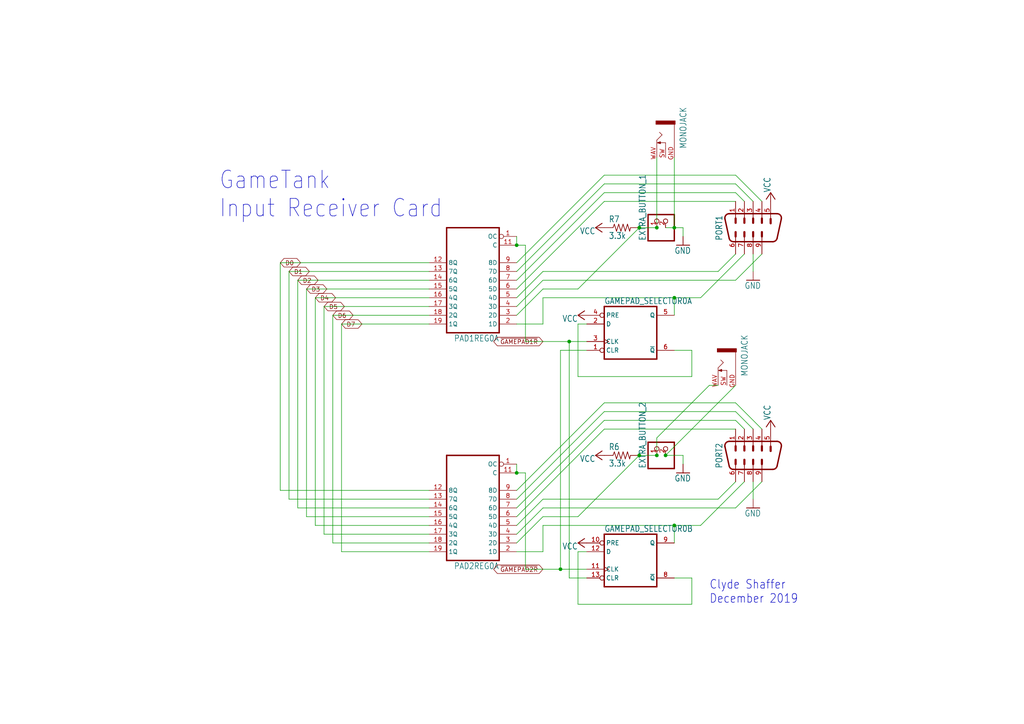
<source format=kicad_sch>
(kicad_sch
	(version 20231120)
	(generator "eeschema")
	(generator_version "8.0")
	(uuid "b0bdd01e-3bbc-4d2d-87b0-81b4c874358a")
	(paper "A4")
	(lib_symbols
		(symbol "cpu-blitter-inputs-eagle-import:74573N"
			(exclude_from_sim no)
			(in_bom yes)
			(on_board yes)
			(property "Reference" "IC"
				(at -0.635 -0.635 0)
				(effects
					(font
						(size 1.778 1.5113)
					)
					(justify left bottom)
				)
			)
			(property "Value" ""
				(at -7.62 -17.78 0)
				(effects
					(font
						(size 1.778 1.5113)
					)
					(justify left bottom)
					(hide yes)
				)
			)
			(property "Footprint" "cpu-blitter-inputs:DIL20"
				(at 0 0 0)
				(effects
					(font
						(size 1.27 1.27)
					)
					(hide yes)
				)
			)
			(property "Datasheet" ""
				(at 0 0 0)
				(effects
					(font
						(size 1.27 1.27)
					)
					(hide yes)
				)
			)
			(property "Description" ""
				(at 0 0 0)
				(effects
					(font
						(size 1.27 1.27)
					)
					(hide yes)
				)
			)
			(property "ki_locked" ""
				(at 0 0 0)
				(effects
					(font
						(size 1.27 1.27)
					)
				)
			)
			(symbol "74573N_1_0"
				(polyline
					(pts
						(xy -7.62 -15.24) (xy 7.62 -15.24)
					)
					(stroke
						(width 0.4064)
						(type solid)
					)
					(fill
						(type none)
					)
				)
				(polyline
					(pts
						(xy -7.62 15.24) (xy -7.62 -15.24)
					)
					(stroke
						(width 0.4064)
						(type solid)
					)
					(fill
						(type none)
					)
				)
				(polyline
					(pts
						(xy 7.62 -15.24) (xy 7.62 15.24)
					)
					(stroke
						(width 0.4064)
						(type solid)
					)
					(fill
						(type none)
					)
				)
				(polyline
					(pts
						(xy 7.62 15.24) (xy -7.62 15.24)
					)
					(stroke
						(width 0.4064)
						(type solid)
					)
					(fill
						(type none)
					)
				)
				(pin input inverted
					(at -12.7 -12.7 0)
					(length 5.08)
					(name "OC"
						(effects
							(font
								(size 1.27 1.27)
							)
						)
					)
					(number "1"
						(effects
							(font
								(size 1.27 1.27)
							)
						)
					)
				)
				(pin input line
					(at -12.7 -10.16 0)
					(length 5.08)
					(name "C"
						(effects
							(font
								(size 1.27 1.27)
							)
						)
					)
					(number "11"
						(effects
							(font
								(size 1.27 1.27)
							)
						)
					)
				)
				(pin tri_state line
					(at 12.7 -5.08 180)
					(length 5.08)
					(name "8Q"
						(effects
							(font
								(size 1.27 1.27)
							)
						)
					)
					(number "12"
						(effects
							(font
								(size 1.27 1.27)
							)
						)
					)
				)
				(pin tri_state line
					(at 12.7 -2.54 180)
					(length 5.08)
					(name "7Q"
						(effects
							(font
								(size 1.27 1.27)
							)
						)
					)
					(number "13"
						(effects
							(font
								(size 1.27 1.27)
							)
						)
					)
				)
				(pin tri_state line
					(at 12.7 0 180)
					(length 5.08)
					(name "6Q"
						(effects
							(font
								(size 1.27 1.27)
							)
						)
					)
					(number "14"
						(effects
							(font
								(size 1.27 1.27)
							)
						)
					)
				)
				(pin tri_state line
					(at 12.7 2.54 180)
					(length 5.08)
					(name "5Q"
						(effects
							(font
								(size 1.27 1.27)
							)
						)
					)
					(number "15"
						(effects
							(font
								(size 1.27 1.27)
							)
						)
					)
				)
				(pin tri_state line
					(at 12.7 5.08 180)
					(length 5.08)
					(name "4Q"
						(effects
							(font
								(size 1.27 1.27)
							)
						)
					)
					(number "16"
						(effects
							(font
								(size 1.27 1.27)
							)
						)
					)
				)
				(pin tri_state line
					(at 12.7 7.62 180)
					(length 5.08)
					(name "3Q"
						(effects
							(font
								(size 1.27 1.27)
							)
						)
					)
					(number "17"
						(effects
							(font
								(size 1.27 1.27)
							)
						)
					)
				)
				(pin tri_state line
					(at 12.7 10.16 180)
					(length 5.08)
					(name "2Q"
						(effects
							(font
								(size 1.27 1.27)
							)
						)
					)
					(number "18"
						(effects
							(font
								(size 1.27 1.27)
							)
						)
					)
				)
				(pin tri_state line
					(at 12.7 12.7 180)
					(length 5.08)
					(name "1Q"
						(effects
							(font
								(size 1.27 1.27)
							)
						)
					)
					(number "19"
						(effects
							(font
								(size 1.27 1.27)
							)
						)
					)
				)
				(pin input line
					(at -12.7 12.7 0)
					(length 5.08)
					(name "1D"
						(effects
							(font
								(size 1.27 1.27)
							)
						)
					)
					(number "2"
						(effects
							(font
								(size 1.27 1.27)
							)
						)
					)
				)
				(pin input line
					(at -12.7 10.16 0)
					(length 5.08)
					(name "2D"
						(effects
							(font
								(size 1.27 1.27)
							)
						)
					)
					(number "3"
						(effects
							(font
								(size 1.27 1.27)
							)
						)
					)
				)
				(pin input line
					(at -12.7 7.62 0)
					(length 5.08)
					(name "3D"
						(effects
							(font
								(size 1.27 1.27)
							)
						)
					)
					(number "4"
						(effects
							(font
								(size 1.27 1.27)
							)
						)
					)
				)
				(pin input line
					(at -12.7 5.08 0)
					(length 5.08)
					(name "4D"
						(effects
							(font
								(size 1.27 1.27)
							)
						)
					)
					(number "5"
						(effects
							(font
								(size 1.27 1.27)
							)
						)
					)
				)
				(pin input line
					(at -12.7 2.54 0)
					(length 5.08)
					(name "5D"
						(effects
							(font
								(size 1.27 1.27)
							)
						)
					)
					(number "6"
						(effects
							(font
								(size 1.27 1.27)
							)
						)
					)
				)
				(pin input line
					(at -12.7 0 0)
					(length 5.08)
					(name "6D"
						(effects
							(font
								(size 1.27 1.27)
							)
						)
					)
					(number "7"
						(effects
							(font
								(size 1.27 1.27)
							)
						)
					)
				)
				(pin input line
					(at -12.7 -2.54 0)
					(length 5.08)
					(name "7D"
						(effects
							(font
								(size 1.27 1.27)
							)
						)
					)
					(number "8"
						(effects
							(font
								(size 1.27 1.27)
							)
						)
					)
				)
				(pin input line
					(at -12.7 -5.08 0)
					(length 5.08)
					(name "8D"
						(effects
							(font
								(size 1.27 1.27)
							)
						)
					)
					(number "9"
						(effects
							(font
								(size 1.27 1.27)
							)
						)
					)
				)
			)
			(symbol "74573N_2_0"
				(text "GND"
					(at 1.905 -7.62 900)
					(effects
						(font
							(size 1.27 1.0795)
						)
						(justify left bottom)
					)
				)
				(text "VCC"
					(at 1.905 5.08 900)
					(effects
						(font
							(size 1.27 1.0795)
						)
						(justify left bottom)
					)
				)
				(pin power_in line
					(at 0 -10.16 90)
					(length 7.62)
					(name "GND"
						(effects
							(font
								(size 0 0)
							)
						)
					)
					(number "10"
						(effects
							(font
								(size 1.27 1.27)
							)
						)
					)
				)
				(pin power_in line
					(at 0 10.16 270)
					(length 7.62)
					(name "VCC"
						(effects
							(font
								(size 0 0)
							)
						)
					)
					(number "20"
						(effects
							(font
								(size 1.27 1.27)
							)
						)
					)
				)
			)
		)
		(symbol "cpu-blitter-inputs-eagle-import:7474N"
			(exclude_from_sim no)
			(in_bom yes)
			(on_board yes)
			(property "Reference" "IC"
				(at -0.635 -0.635 0)
				(effects
					(font
						(size 1.778 1.5113)
					)
					(justify left bottom)
				)
			)
			(property "Value" ""
				(at -7.62 -10.16 0)
				(effects
					(font
						(size 1.778 1.5113)
					)
					(justify left bottom)
					(hide yes)
				)
			)
			(property "Footprint" "cpu-blitter-inputs:DIL14"
				(at 0 0 0)
				(effects
					(font
						(size 1.27 1.27)
					)
					(hide yes)
				)
			)
			(property "Datasheet" ""
				(at 0 0 0)
				(effects
					(font
						(size 1.27 1.27)
					)
					(hide yes)
				)
			)
			(property "Description" ""
				(at 0 0 0)
				(effects
					(font
						(size 1.27 1.27)
					)
					(hide yes)
				)
			)
			(property "ki_locked" ""
				(at 0 0 0)
				(effects
					(font
						(size 1.27 1.27)
					)
				)
			)
			(symbol "7474N_1_0"
				(polyline
					(pts
						(xy -7.62 -7.62) (xy 7.62 -7.62)
					)
					(stroke
						(width 0.4064)
						(type solid)
					)
					(fill
						(type none)
					)
				)
				(polyline
					(pts
						(xy -7.62 7.62) (xy -7.62 -7.62)
					)
					(stroke
						(width 0.4064)
						(type solid)
					)
					(fill
						(type none)
					)
				)
				(polyline
					(pts
						(xy 7.62 -7.62) (xy 7.62 7.62)
					)
					(stroke
						(width 0.4064)
						(type solid)
					)
					(fill
						(type none)
					)
				)
				(polyline
					(pts
						(xy 7.62 7.62) (xy -7.62 7.62)
					)
					(stroke
						(width 0.4064)
						(type solid)
					)
					(fill
						(type none)
					)
				)
				(pin input inverted
					(at -12.7 -5.08 0)
					(length 5.08)
					(name "CLR"
						(effects
							(font
								(size 1.27 1.27)
							)
						)
					)
					(number "1"
						(effects
							(font
								(size 1.27 1.27)
							)
						)
					)
				)
				(pin input line
					(at -12.7 2.54 0)
					(length 5.08)
					(name "D"
						(effects
							(font
								(size 1.27 1.27)
							)
						)
					)
					(number "2"
						(effects
							(font
								(size 1.27 1.27)
							)
						)
					)
				)
				(pin input clock
					(at -12.7 -2.54 0)
					(length 5.08)
					(name "CLK"
						(effects
							(font
								(size 1.27 1.27)
							)
						)
					)
					(number "3"
						(effects
							(font
								(size 1.27 1.27)
							)
						)
					)
				)
				(pin input inverted
					(at -12.7 5.08 0)
					(length 5.08)
					(name "PRE"
						(effects
							(font
								(size 1.27 1.27)
							)
						)
					)
					(number "4"
						(effects
							(font
								(size 1.27 1.27)
							)
						)
					)
				)
				(pin output line
					(at 12.7 5.08 180)
					(length 5.08)
					(name "Q"
						(effects
							(font
								(size 1.27 1.27)
							)
						)
					)
					(number "5"
						(effects
							(font
								(size 1.27 1.27)
							)
						)
					)
				)
				(pin output line
					(at 12.7 -5.08 180)
					(length 5.08)
					(name "~{Q}"
						(effects
							(font
								(size 1.27 1.27)
							)
						)
					)
					(number "6"
						(effects
							(font
								(size 1.27 1.27)
							)
						)
					)
				)
			)
			(symbol "7474N_2_0"
				(polyline
					(pts
						(xy -7.62 -7.62) (xy 7.62 -7.62)
					)
					(stroke
						(width 0.4064)
						(type solid)
					)
					(fill
						(type none)
					)
				)
				(polyline
					(pts
						(xy -7.62 7.62) (xy -7.62 -7.62)
					)
					(stroke
						(width 0.4064)
						(type solid)
					)
					(fill
						(type none)
					)
				)
				(polyline
					(pts
						(xy 7.62 -7.62) (xy 7.62 7.62)
					)
					(stroke
						(width 0.4064)
						(type solid)
					)
					(fill
						(type none)
					)
				)
				(polyline
					(pts
						(xy 7.62 7.62) (xy -7.62 7.62)
					)
					(stroke
						(width 0.4064)
						(type solid)
					)
					(fill
						(type none)
					)
				)
				(pin input inverted
					(at -12.7 5.08 0)
					(length 5.08)
					(name "PRE"
						(effects
							(font
								(size 1.27 1.27)
							)
						)
					)
					(number "10"
						(effects
							(font
								(size 1.27 1.27)
							)
						)
					)
				)
				(pin input clock
					(at -12.7 -2.54 0)
					(length 5.08)
					(name "CLK"
						(effects
							(font
								(size 1.27 1.27)
							)
						)
					)
					(number "11"
						(effects
							(font
								(size 1.27 1.27)
							)
						)
					)
				)
				(pin input line
					(at -12.7 2.54 0)
					(length 5.08)
					(name "D"
						(effects
							(font
								(size 1.27 1.27)
							)
						)
					)
					(number "12"
						(effects
							(font
								(size 1.27 1.27)
							)
						)
					)
				)
				(pin input inverted
					(at -12.7 -5.08 0)
					(length 5.08)
					(name "CLR"
						(effects
							(font
								(size 1.27 1.27)
							)
						)
					)
					(number "13"
						(effects
							(font
								(size 1.27 1.27)
							)
						)
					)
				)
				(pin output line
					(at 12.7 -5.08 180)
					(length 5.08)
					(name "~{Q}"
						(effects
							(font
								(size 1.27 1.27)
							)
						)
					)
					(number "8"
						(effects
							(font
								(size 1.27 1.27)
							)
						)
					)
				)
				(pin output line
					(at 12.7 5.08 180)
					(length 5.08)
					(name "Q"
						(effects
							(font
								(size 1.27 1.27)
							)
						)
					)
					(number "9"
						(effects
							(font
								(size 1.27 1.27)
							)
						)
					)
				)
			)
			(symbol "7474N_3_0"
				(text "GND"
					(at 1.905 -7.62 900)
					(effects
						(font
							(size 1.27 1.0795)
						)
						(justify left bottom)
					)
				)
				(text "VCC"
					(at 1.905 5.08 900)
					(effects
						(font
							(size 1.27 1.0795)
						)
						(justify left bottom)
					)
				)
				(pin power_in line
					(at 0 10.16 270)
					(length 7.62)
					(name "VCC"
						(effects
							(font
								(size 0 0)
							)
						)
					)
					(number "14"
						(effects
							(font
								(size 1.27 1.27)
							)
						)
					)
				)
				(pin power_in line
					(at 0 -10.16 90)
					(length 7.62)
					(name "GND"
						(effects
							(font
								(size 0 0)
							)
						)
					)
					(number "7"
						(effects
							(font
								(size 1.27 1.27)
							)
						)
					)
				)
			)
		)
		(symbol "cpu-blitter-inputs-eagle-import:GND"
			(power)
			(exclude_from_sim no)
			(in_bom yes)
			(on_board yes)
			(property "Reference" "#GND"
				(at 0 0 0)
				(effects
					(font
						(size 1.27 1.27)
					)
					(hide yes)
				)
			)
			(property "Value" "GND"
				(at -2.54 -2.54 0)
				(effects
					(font
						(size 1.778 1.5113)
					)
					(justify left bottom)
				)
			)
			(property "Footprint" ""
				(at 0 0 0)
				(effects
					(font
						(size 1.27 1.27)
					)
					(hide yes)
				)
			)
			(property "Datasheet" ""
				(at 0 0 0)
				(effects
					(font
						(size 1.27 1.27)
					)
					(hide yes)
				)
			)
			(property "Description" ""
				(at 0 0 0)
				(effects
					(font
						(size 1.27 1.27)
					)
					(hide yes)
				)
			)
			(property "ki_locked" ""
				(at 0 0 0)
				(effects
					(font
						(size 1.27 1.27)
					)
				)
			)
			(symbol "GND_1_0"
				(polyline
					(pts
						(xy -1.905 0) (xy 1.905 0)
					)
					(stroke
						(width 0.254)
						(type solid)
					)
					(fill
						(type none)
					)
				)
				(pin power_in line
					(at 0 2.54 270)
					(length 2.54)
					(name "GND"
						(effects
							(font
								(size 0 0)
							)
						)
					)
					(number "1"
						(effects
							(font
								(size 0 0)
							)
						)
					)
				)
			)
		)
		(symbol "cpu-blitter-inputs-eagle-import:M09-182"
			(exclude_from_sim no)
			(in_bom yes)
			(on_board yes)
			(property "Reference" "X"
				(at -3.81 8.89 0)
				(effects
					(font
						(size 1.778 1.5113)
					)
					(justify left bottom)
				)
			)
			(property "Value" ""
				(at -3.81 -10.795 0)
				(effects
					(font
						(size 1.778 1.5113)
					)
					(justify left bottom)
				)
			)
			(property "Footprint" "cpu-blitter-inputs:182-009-MALE"
				(at 0 0 0)
				(effects
					(font
						(size 1.27 1.27)
					)
					(hide yes)
				)
			)
			(property "Datasheet" ""
				(at 0 0 0)
				(effects
					(font
						(size 1.27 1.27)
					)
					(hide yes)
				)
			)
			(property "Description" ""
				(at 0 0 0)
				(effects
					(font
						(size 1.27 1.27)
					)
					(hide yes)
				)
			)
			(property "ki_locked" ""
				(at 0 0 0)
				(effects
					(font
						(size 1.27 1.27)
					)
				)
			)
			(symbol "M09-182_1_0"
				(arc
					(start -4.064 -5.7088)
					(mid -3.7833 -6.5051)
					(end -3.0653 -6.9495)
					(stroke
						(width 0.4064)
						(type solid)
					)
					(fill
						(type none)
					)
				)
				(arc
					(start -3.0653 6.9495)
					(mid -3.7833 6.5051)
					(end -4.064 5.7088)
					(stroke
						(width 0.4064)
						(type solid)
					)
					(fill
						(type none)
					)
				)
				(polyline
					(pts
						(xy -4.064 5.7088) (xy -4.064 -5.7088)
					)
					(stroke
						(width 0.4064)
						(type solid)
					)
					(fill
						(type none)
					)
				)
				(polyline
					(pts
						(xy -2.54 -2.54) (xy -1.27 -2.54)
					)
					(stroke
						(width 0.6096)
						(type solid)
					)
					(fill
						(type none)
					)
				)
				(polyline
					(pts
						(xy -2.54 0) (xy -1.27 0)
					)
					(stroke
						(width 0.6096)
						(type solid)
					)
					(fill
						(type none)
					)
				)
				(polyline
					(pts
						(xy -2.54 2.54) (xy -1.27 2.54)
					)
					(stroke
						(width 0.6096)
						(type solid)
					)
					(fill
						(type none)
					)
				)
				(polyline
					(pts
						(xy -2.54 5.08) (xy -1.27 5.08)
					)
					(stroke
						(width 0.6096)
						(type solid)
					)
					(fill
						(type none)
					)
				)
				(polyline
					(pts
						(xy 1.27 -5.08) (xy 2.54 -5.08)
					)
					(stroke
						(width 0.6096)
						(type solid)
					)
					(fill
						(type none)
					)
				)
				(polyline
					(pts
						(xy 1.397 -2.54) (xy 2.667 -2.54)
					)
					(stroke
						(width 0.6096)
						(type solid)
					)
					(fill
						(type none)
					)
				)
				(polyline
					(pts
						(xy 1.397 0) (xy 2.667 0)
					)
					(stroke
						(width 0.6096)
						(type solid)
					)
					(fill
						(type none)
					)
				)
				(polyline
					(pts
						(xy 1.397 2.54) (xy 2.667 2.54)
					)
					(stroke
						(width 0.6096)
						(type solid)
					)
					(fill
						(type none)
					)
				)
				(polyline
					(pts
						(xy 1.397 5.08) (xy 2.667 5.08)
					)
					(stroke
						(width 0.6096)
						(type solid)
					)
					(fill
						(type none)
					)
				)
				(polyline
					(pts
						(xy 2.5226 -8.1718) (xy -3.0654 -6.9494)
					)
					(stroke
						(width 0.4064)
						(type solid)
					)
					(fill
						(type none)
					)
				)
				(polyline
					(pts
						(xy 2.5226 8.1718) (xy -3.0654 6.9494)
					)
					(stroke
						(width 0.4064)
						(type solid)
					)
					(fill
						(type none)
					)
				)
				(polyline
					(pts
						(xy 4.064 6.9312) (xy 4.064 -6.9312)
					)
					(stroke
						(width 0.4064)
						(type solid)
					)
					(fill
						(type none)
					)
				)
				(arc
					(start 2.5226 -8.1718)
					(mid 3.5901 -7.9204)
					(end 4.0637 -6.9312)
					(stroke
						(width 0.4064)
						(type solid)
					)
					(fill
						(type none)
					)
				)
				(arc
					(start 4.0639 6.9311)
					(mid 3.5903 7.9205)
					(end 2.5226 8.1719)
					(stroke
						(width 0.4064)
						(type solid)
					)
					(fill
						(type none)
					)
				)
				(pin passive line
					(at 7.62 5.08 180)
					(length 5.08)
					(name "1"
						(effects
							(font
								(size 0 0)
							)
						)
					)
					(number "1"
						(effects
							(font
								(size 1.27 1.27)
							)
						)
					)
				)
				(pin passive line
					(at 7.62 2.54 180)
					(length 5.08)
					(name "2"
						(effects
							(font
								(size 0 0)
							)
						)
					)
					(number "2"
						(effects
							(font
								(size 1.27 1.27)
							)
						)
					)
				)
				(pin passive line
					(at 7.62 0 180)
					(length 5.08)
					(name "3"
						(effects
							(font
								(size 0 0)
							)
						)
					)
					(number "3"
						(effects
							(font
								(size 1.27 1.27)
							)
						)
					)
				)
				(pin passive line
					(at 7.62 -2.54 180)
					(length 5.08)
					(name "4"
						(effects
							(font
								(size 0 0)
							)
						)
					)
					(number "4"
						(effects
							(font
								(size 1.27 1.27)
							)
						)
					)
				)
				(pin passive line
					(at 7.62 -5.08 180)
					(length 5.08)
					(name "5"
						(effects
							(font
								(size 0 0)
							)
						)
					)
					(number "5"
						(effects
							(font
								(size 1.27 1.27)
							)
						)
					)
				)
				(pin passive line
					(at -7.62 5.08 0)
					(length 5.08)
					(name "6"
						(effects
							(font
								(size 0 0)
							)
						)
					)
					(number "6"
						(effects
							(font
								(size 1.27 1.27)
							)
						)
					)
				)
				(pin passive line
					(at -7.62 2.54 0)
					(length 5.08)
					(name "7"
						(effects
							(font
								(size 0 0)
							)
						)
					)
					(number "7"
						(effects
							(font
								(size 1.27 1.27)
							)
						)
					)
				)
				(pin passive line
					(at -7.62 0 0)
					(length 5.08)
					(name "8"
						(effects
							(font
								(size 0 0)
							)
						)
					)
					(number "8"
						(effects
							(font
								(size 1.27 1.27)
							)
						)
					)
				)
				(pin passive line
					(at -7.62 -2.54 0)
					(length 5.08)
					(name "9"
						(effects
							(font
								(size 0 0)
							)
						)
					)
					(number "9"
						(effects
							(font
								(size 1.27 1.27)
							)
						)
					)
				)
			)
		)
		(symbol "cpu-blitter-inputs-eagle-import:MONOJACK"
			(exclude_from_sim no)
			(in_bom yes)
			(on_board yes)
			(property "Reference" ""
				(at -2.54 4.064 0)
				(effects
					(font
						(size 1.778 1.5113)
					)
					(justify left bottom)
					(hide yes)
				)
			)
			(property "Value" ""
				(at -2.54 -6.096 0)
				(effects
					(font
						(size 1.778 1.5113)
					)
					(justify left bottom)
				)
			)
			(property "Footprint" "cpu-blitter-inputs:MONOJACK"
				(at 0 0 0)
				(effects
					(font
						(size 1.27 1.27)
					)
					(hide yes)
				)
			)
			(property "Datasheet" ""
				(at 0 0 0)
				(effects
					(font
						(size 1.27 1.27)
					)
					(hide yes)
				)
			)
			(property "Description" ""
				(at 0 0 0)
				(effects
					(font
						(size 1.27 1.27)
					)
					(hide yes)
				)
			)
			(property "ki_locked" ""
				(at 0 0 0)
				(effects
					(font
						(size 1.27 1.27)
					)
				)
			)
			(symbol "MONOJACK_1_0"
				(polyline
					(pts
						(xy -2.54 -2.54) (xy 4.572 -2.54)
					)
					(stroke
						(width 0.1524)
						(type solid)
					)
					(fill
						(type none)
					)
				)
				(polyline
					(pts
						(xy -2.54 0) (xy -0.762 0)
					)
					(stroke
						(width 0.1524)
						(type solid)
					)
					(fill
						(type none)
					)
				)
				(polyline
					(pts
						(xy -2.54 2.54) (xy 0 2.54)
					)
					(stroke
						(width 0.1524)
						(type solid)
					)
					(fill
						(type none)
					)
				)
				(polyline
					(pts
						(xy -1.016 1.524) (xy -0.508 1.524)
					)
					(stroke
						(width 0.254)
						(type solid)
					)
					(fill
						(type none)
					)
				)
				(polyline
					(pts
						(xy -0.762 0) (xy -0.762 2.286)
					)
					(stroke
						(width 0.1524)
						(type solid)
					)
					(fill
						(type none)
					)
				)
				(polyline
					(pts
						(xy -0.762 2.286) (xy -1.016 1.524)
					)
					(stroke
						(width 0.254)
						(type solid)
					)
					(fill
						(type none)
					)
				)
				(polyline
					(pts
						(xy -0.508 1.524) (xy -0.762 2.286)
					)
					(stroke
						(width 0.254)
						(type solid)
					)
					(fill
						(type none)
					)
				)
				(polyline
					(pts
						(xy 0 2.54) (xy 1.524 1.016)
					)
					(stroke
						(width 0.1524)
						(type solid)
					)
					(fill
						(type none)
					)
				)
				(polyline
					(pts
						(xy 1.524 1.016) (xy 2.286 1.778)
					)
					(stroke
						(width 0.1524)
						(type solid)
					)
					(fill
						(type none)
					)
				)
				(rectangle
					(start 4.572 2.794)
					(end 5.588 -2.794)
					(stroke
						(width 0)
						(type default)
					)
					(fill
						(type outline)
					)
				)
				(pin passive line
					(at -5.08 -2.54 0)
					(length 2.54)
					(name "GND"
						(effects
							(font
								(size 0 0)
							)
						)
					)
					(number "GND"
						(effects
							(font
								(size 1.27 1.27)
							)
						)
					)
				)
				(pin bidirectional line
					(at -5.08 0 0)
					(length 2.54)
					(name "SW"
						(effects
							(font
								(size 0 0)
							)
						)
					)
					(number "SW"
						(effects
							(font
								(size 1.27 1.27)
							)
						)
					)
				)
				(pin bidirectional line
					(at -5.08 2.54 0)
					(length 2.54)
					(name "WAV"
						(effects
							(font
								(size 0 0)
							)
						)
					)
					(number "WAV"
						(effects
							(font
								(size 1.27 1.27)
							)
						)
					)
				)
			)
		)
		(symbol "cpu-blitter-inputs-eagle-import:PINHD-1X2"
			(exclude_from_sim no)
			(in_bom yes)
			(on_board yes)
			(property "Reference" "JP"
				(at -6.35 5.715 0)
				(effects
					(font
						(size 1.778 1.5113)
					)
					(justify left bottom)
				)
			)
			(property "Value" ""
				(at -6.35 -5.08 0)
				(effects
					(font
						(size 1.778 1.5113)
					)
					(justify left bottom)
				)
			)
			(property "Footprint" "cpu-blitter-inputs:1X02"
				(at 0 0 0)
				(effects
					(font
						(size 1.27 1.27)
					)
					(hide yes)
				)
			)
			(property "Datasheet" ""
				(at 0 0 0)
				(effects
					(font
						(size 1.27 1.27)
					)
					(hide yes)
				)
			)
			(property "Description" ""
				(at 0 0 0)
				(effects
					(font
						(size 1.27 1.27)
					)
					(hide yes)
				)
			)
			(property "ki_locked" ""
				(at 0 0 0)
				(effects
					(font
						(size 1.27 1.27)
					)
				)
			)
			(symbol "PINHD-1X2_1_0"
				(polyline
					(pts
						(xy -6.35 -2.54) (xy 1.27 -2.54)
					)
					(stroke
						(width 0.4064)
						(type solid)
					)
					(fill
						(type none)
					)
				)
				(polyline
					(pts
						(xy -6.35 5.08) (xy -6.35 -2.54)
					)
					(stroke
						(width 0.4064)
						(type solid)
					)
					(fill
						(type none)
					)
				)
				(polyline
					(pts
						(xy 1.27 -2.54) (xy 1.27 5.08)
					)
					(stroke
						(width 0.4064)
						(type solid)
					)
					(fill
						(type none)
					)
				)
				(polyline
					(pts
						(xy 1.27 5.08) (xy -6.35 5.08)
					)
					(stroke
						(width 0.4064)
						(type solid)
					)
					(fill
						(type none)
					)
				)
				(pin passive inverted
					(at -2.54 2.54 0)
					(length 2.54)
					(name "1"
						(effects
							(font
								(size 0 0)
							)
						)
					)
					(number "1"
						(effects
							(font
								(size 1.27 1.27)
							)
						)
					)
				)
				(pin passive inverted
					(at -2.54 0 0)
					(length 2.54)
					(name "2"
						(effects
							(font
								(size 0 0)
							)
						)
					)
					(number "2"
						(effects
							(font
								(size 1.27 1.27)
							)
						)
					)
				)
			)
		)
		(symbol "cpu-blitter-inputs-eagle-import:R-US_0204/7"
			(exclude_from_sim no)
			(in_bom yes)
			(on_board yes)
			(property "Reference" "R"
				(at -3.81 1.4986 0)
				(effects
					(font
						(size 1.778 1.5113)
					)
					(justify left bottom)
				)
			)
			(property "Value" ""
				(at -3.81 -3.302 0)
				(effects
					(font
						(size 1.778 1.5113)
					)
					(justify left bottom)
				)
			)
			(property "Footprint" "cpu-blitter-inputs:0204_7"
				(at 0 0 0)
				(effects
					(font
						(size 1.27 1.27)
					)
					(hide yes)
				)
			)
			(property "Datasheet" ""
				(at 0 0 0)
				(effects
					(font
						(size 1.27 1.27)
					)
					(hide yes)
				)
			)
			(property "Description" ""
				(at 0 0 0)
				(effects
					(font
						(size 1.27 1.27)
					)
					(hide yes)
				)
			)
			(property "ki_locked" ""
				(at 0 0 0)
				(effects
					(font
						(size 1.27 1.27)
					)
				)
			)
			(symbol "R-US_0204/7_1_0"
				(polyline
					(pts
						(xy -2.54 0) (xy -2.159 1.016)
					)
					(stroke
						(width 0.2032)
						(type solid)
					)
					(fill
						(type none)
					)
				)
				(polyline
					(pts
						(xy -2.159 1.016) (xy -1.524 -1.016)
					)
					(stroke
						(width 0.2032)
						(type solid)
					)
					(fill
						(type none)
					)
				)
				(polyline
					(pts
						(xy -1.524 -1.016) (xy -0.889 1.016)
					)
					(stroke
						(width 0.2032)
						(type solid)
					)
					(fill
						(type none)
					)
				)
				(polyline
					(pts
						(xy -0.889 1.016) (xy -0.254 -1.016)
					)
					(stroke
						(width 0.2032)
						(type solid)
					)
					(fill
						(type none)
					)
				)
				(polyline
					(pts
						(xy -0.254 -1.016) (xy 0.381 1.016)
					)
					(stroke
						(width 0.2032)
						(type solid)
					)
					(fill
						(type none)
					)
				)
				(polyline
					(pts
						(xy 0.381 1.016) (xy 1.016 -1.016)
					)
					(stroke
						(width 0.2032)
						(type solid)
					)
					(fill
						(type none)
					)
				)
				(polyline
					(pts
						(xy 1.016 -1.016) (xy 1.651 1.016)
					)
					(stroke
						(width 0.2032)
						(type solid)
					)
					(fill
						(type none)
					)
				)
				(polyline
					(pts
						(xy 1.651 1.016) (xy 2.286 -1.016)
					)
					(stroke
						(width 0.2032)
						(type solid)
					)
					(fill
						(type none)
					)
				)
				(polyline
					(pts
						(xy 2.286 -1.016) (xy 2.54 0)
					)
					(stroke
						(width 0.2032)
						(type solid)
					)
					(fill
						(type none)
					)
				)
				(pin passive line
					(at -5.08 0 0)
					(length 2.54)
					(name "1"
						(effects
							(font
								(size 0 0)
							)
						)
					)
					(number "1"
						(effects
							(font
								(size 0 0)
							)
						)
					)
				)
				(pin passive line
					(at 5.08 0 180)
					(length 2.54)
					(name "2"
						(effects
							(font
								(size 0 0)
							)
						)
					)
					(number "2"
						(effects
							(font
								(size 0 0)
							)
						)
					)
				)
			)
		)
		(symbol "cpu-blitter-inputs-eagle-import:VCC"
			(power)
			(exclude_from_sim no)
			(in_bom yes)
			(on_board yes)
			(property "Reference" "#P+"
				(at 0 0 0)
				(effects
					(font
						(size 1.27 1.27)
					)
					(hide yes)
				)
			)
			(property "Value" "VCC"
				(at -2.54 -2.54 90)
				(effects
					(font
						(size 1.778 1.5113)
					)
					(justify left bottom)
				)
			)
			(property "Footprint" ""
				(at 0 0 0)
				(effects
					(font
						(size 1.27 1.27)
					)
					(hide yes)
				)
			)
			(property "Datasheet" ""
				(at 0 0 0)
				(effects
					(font
						(size 1.27 1.27)
					)
					(hide yes)
				)
			)
			(property "Description" ""
				(at 0 0 0)
				(effects
					(font
						(size 1.27 1.27)
					)
					(hide yes)
				)
			)
			(property "ki_locked" ""
				(at 0 0 0)
				(effects
					(font
						(size 1.27 1.27)
					)
				)
			)
			(symbol "VCC_1_0"
				(polyline
					(pts
						(xy 0 0) (xy -1.27 -1.905)
					)
					(stroke
						(width 0.254)
						(type solid)
					)
					(fill
						(type none)
					)
				)
				(polyline
					(pts
						(xy 1.27 -1.905) (xy 0 0)
					)
					(stroke
						(width 0.254)
						(type solid)
					)
					(fill
						(type none)
					)
				)
				(pin power_in line
					(at 0 -2.54 90)
					(length 2.54)
					(name "VCC"
						(effects
							(font
								(size 0 0)
							)
						)
					)
					(number "1"
						(effects
							(font
								(size 0 0)
							)
						)
					)
				)
			)
		)
	)
	(junction
		(at 149.86 137.16)
		(diameter 0)
		(color 0 0 0 0)
		(uuid "016a1464-cfa7-4cb8-a0d4-c19068433174")
	)
	(junction
		(at 195.58 86.36)
		(diameter 0)
		(color 0 0 0 0)
		(uuid "12c01428-cbc0-4152-9cf1-8cf8c6a71eb3")
	)
	(junction
		(at 162.56 165.1)
		(diameter 0)
		(color 0 0 0 0)
		(uuid "138d0fdf-f98a-463b-8445-72ee14fffbd1")
	)
	(junction
		(at 193.04 132.08)
		(diameter 0)
		(color 0 0 0 0)
		(uuid "40dd6e17-aaf3-453f-9c82-23be09412a63")
	)
	(junction
		(at 190.5 132.08)
		(diameter 0)
		(color 0 0 0 0)
		(uuid "5f5fbccc-b6fc-4c38-ac6b-3f046767033a")
	)
	(junction
		(at 195.58 66.04)
		(diameter 0)
		(color 0 0 0 0)
		(uuid "718f5696-32ca-4a9a-a362-d9a4ec7ef22a")
	)
	(junction
		(at 165.1 99.06)
		(diameter 0)
		(color 0 0 0 0)
		(uuid "86d132a8-a0d9-4290-8e04-6628afba5083")
	)
	(junction
		(at 185.42 132.08)
		(diameter 0)
		(color 0 0 0 0)
		(uuid "8a3e0e4f-ccd6-4212-96af-f1be5ddd8397")
	)
	(junction
		(at 149.86 71.12)
		(diameter 0)
		(color 0 0 0 0)
		(uuid "a13df449-b4aa-4d41-bf5f-293139e2ff90")
	)
	(junction
		(at 190.5 66.04)
		(diameter 0)
		(color 0 0 0 0)
		(uuid "c0fbfd4c-8770-4b7e-91cc-edc09a89eb96")
	)
	(junction
		(at 195.58 152.4)
		(diameter 0)
		(color 0 0 0 0)
		(uuid "d8cbb00c-c046-4abb-a609-6562d17fca4a")
	)
	(junction
		(at 185.42 66.04)
		(diameter 0)
		(color 0 0 0 0)
		(uuid "f1a65758-3693-4501-a0f3-4b2650dcf022")
	)
	(wire
		(pts
			(xy 167.64 93.98) (xy 170.18 93.98)
		)
		(stroke
			(width 0.1524)
			(type solid)
		)
		(uuid "0014e55a-9bdd-4ad2-b03d-bd4e1323891a")
	)
	(wire
		(pts
			(xy 193.04 132.08) (xy 198.12 132.08)
		)
		(stroke
			(width 0.1524)
			(type solid)
		)
		(uuid "00e11794-7345-4e47-830e-83a257386d9f")
	)
	(wire
		(pts
			(xy 195.58 157.48) (xy 195.58 152.4)
		)
		(stroke
			(width 0.1524)
			(type solid)
		)
		(uuid "015f7958-a489-4916-b8c9-9decd2a0987a")
	)
	(wire
		(pts
			(xy 93.98 88.9) (xy 124.46 88.9)
		)
		(stroke
			(width 0.1524)
			(type solid)
		)
		(uuid "025c8f2e-4af6-4c31-b219-ed7723d8fd73")
	)
	(wire
		(pts
			(xy 190.5 132.08) (xy 190.5 127)
		)
		(stroke
			(width 0.1524)
			(type solid)
		)
		(uuid "04e6a533-1b4f-4b86-88c3-f0f3b227a02b")
	)
	(wire
		(pts
			(xy 215.9 139.7) (xy 203.2 152.4)
		)
		(stroke
			(width 0.1524)
			(type solid)
		)
		(uuid "05ffd7e5-0790-4dfa-997b-d8ff7ab40be9")
	)
	(wire
		(pts
			(xy 157.48 83.82) (xy 167.64 83.82)
		)
		(stroke
			(width 0.1524)
			(type solid)
		)
		(uuid "07c2e209-45ea-4f18-b280-59eae577b3c2")
	)
	(wire
		(pts
			(xy 213.36 53.34) (xy 218.44 58.42)
		)
		(stroke
			(width 0.1524)
			(type solid)
		)
		(uuid "08f352fe-8609-4d64-8137-fa2b69c7585c")
	)
	(wire
		(pts
			(xy 175.26 53.34) (xy 213.36 53.34)
		)
		(stroke
			(width 0.1524)
			(type solid)
		)
		(uuid "09178524-3031-4e12-8e11-b6d15680926b")
	)
	(wire
		(pts
			(xy 213.36 121.92) (xy 215.9 124.46)
		)
		(stroke
			(width 0.1524)
			(type solid)
		)
		(uuid "09fc52a3-b600-4e29-8f46-a27e905f3ff4")
	)
	(wire
		(pts
			(xy 83.82 144.78) (xy 83.82 78.74)
		)
		(stroke
			(width 0.1524)
			(type solid)
		)
		(uuid "0a82a659-aac5-4635-b0b3-4fb6caf7c1d9")
	)
	(wire
		(pts
			(xy 157.48 160.02) (xy 149.86 160.02)
		)
		(stroke
			(width 0.1524)
			(type solid)
		)
		(uuid "0c2f3e72-924c-42c7-9307-173d90c48537")
	)
	(wire
		(pts
			(xy 83.82 144.78) (xy 124.46 144.78)
		)
		(stroke
			(width 0.1524)
			(type solid)
		)
		(uuid "11cd218f-03b3-484f-b3b1-cbe42436e48e")
	)
	(wire
		(pts
			(xy 157.48 152.4) (xy 157.48 160.02)
		)
		(stroke
			(width 0.1524)
			(type solid)
		)
		(uuid "123650b8-ee87-4f38-be3a-c6c01d7ff905")
	)
	(wire
		(pts
			(xy 167.64 109.22) (xy 167.64 93.98)
		)
		(stroke
			(width 0.1524)
			(type solid)
		)
		(uuid "1325d69f-f364-4dde-ab64-8ea3d7f2ca12")
	)
	(wire
		(pts
			(xy 162.56 165.1) (xy 170.18 165.1)
		)
		(stroke
			(width 0.1524)
			(type solid)
		)
		(uuid "13302bd2-8b98-45cf-92b2-346c765532e9")
	)
	(wire
		(pts
			(xy 149.86 154.94) (xy 157.48 147.32)
		)
		(stroke
			(width 0.1524)
			(type solid)
		)
		(uuid "157b12fb-4a24-49cf-85ce-bed40f76ba6e")
	)
	(wire
		(pts
			(xy 99.06 160.02) (xy 99.06 93.98)
		)
		(stroke
			(width 0.1524)
			(type solid)
		)
		(uuid "1719d6ac-6b86-4929-b85a-b5c3c5786fc6")
	)
	(wire
		(pts
			(xy 175.26 119.38) (xy 213.36 119.38)
		)
		(stroke
			(width 0.1524)
			(type solid)
		)
		(uuid "1a5d4a91-6df9-4de5-ad05-42036d5fdf57")
	)
	(wire
		(pts
			(xy 149.86 147.32) (xy 175.26 121.92)
		)
		(stroke
			(width 0.1524)
			(type solid)
		)
		(uuid "201a8fd1-5b57-4659-bffe-60c1c2c02c65")
	)
	(wire
		(pts
			(xy 157.48 93.98) (xy 157.48 86.36)
		)
		(stroke
			(width 0.1524)
			(type solid)
		)
		(uuid "20212f1c-1219-4e38-a5c0-6260c6a3c709")
	)
	(wire
		(pts
			(xy 175.26 50.8) (xy 213.36 50.8)
		)
		(stroke
			(width 0.1524)
			(type solid)
		)
		(uuid "21654b7a-0da9-4e52-a640-b364515891c3")
	)
	(wire
		(pts
			(xy 91.44 152.4) (xy 124.46 152.4)
		)
		(stroke
			(width 0.1524)
			(type solid)
		)
		(uuid "224bf2d1-0d89-4b43-8029-441d78523b72")
	)
	(wire
		(pts
			(xy 157.48 81.28) (xy 213.36 81.28)
		)
		(stroke
			(width 0.1524)
			(type solid)
		)
		(uuid "23c8c857-e9aa-4a72-85bd-b90c83206531")
	)
	(wire
		(pts
			(xy 208.28 144.78) (xy 213.36 139.7)
		)
		(stroke
			(width 0.1524)
			(type solid)
		)
		(uuid "242772c9-71b3-48f4-9ae4-12462d82e25f")
	)
	(wire
		(pts
			(xy 198.12 134.62) (xy 198.12 132.08)
		)
		(stroke
			(width 0.1524)
			(type solid)
		)
		(uuid "25d3c40a-d451-4a2b-8db2-cc2912c40d9e")
	)
	(wire
		(pts
			(xy 195.58 45.72) (xy 195.58 66.04)
		)
		(stroke
			(width 0.1524)
			(type solid)
		)
		(uuid "26160d87-cbe6-4db1-aeba-69ac83444faa")
	)
	(wire
		(pts
			(xy 205.74 111.76) (xy 208.28 111.76)
		)
		(stroke
			(width 0.1524)
			(type solid)
		)
		(uuid "26a33fdd-59e5-4373-a2a3-408f2ecf1efd")
	)
	(wire
		(pts
			(xy 195.58 167.64) (xy 200.66 167.64)
		)
		(stroke
			(width 0.1524)
			(type solid)
		)
		(uuid "2c3854df-886a-44af-add7-8bbe12b81223")
	)
	(wire
		(pts
			(xy 218.44 144.78) (xy 218.44 139.7)
		)
		(stroke
			(width 0.1524)
			(type solid)
		)
		(uuid "33f874a1-944f-4694-8cda-2a2505b8b3a4")
	)
	(wire
		(pts
			(xy 149.86 83.82) (xy 175.26 58.42)
		)
		(stroke
			(width 0.1524)
			(type solid)
		)
		(uuid "3a13ecdc-2dbb-4d04-b676-23a2aadb40f0")
	)
	(wire
		(pts
			(xy 149.86 157.48) (xy 157.48 149.86)
		)
		(stroke
			(width 0.1524)
			(type solid)
		)
		(uuid "3e09041a-b966-4f2e-adf8-269a8d064d35")
	)
	(wire
		(pts
			(xy 193.04 66.04) (xy 195.58 66.04)
		)
		(stroke
			(width 0.1524)
			(type solid)
		)
		(uuid "404be1c3-c210-48a6-9733-c724a05b6b7a")
	)
	(wire
		(pts
			(xy 190.5 127) (xy 205.74 111.76)
		)
		(stroke
			(width 0.1524)
			(type solid)
		)
		(uuid "4241d79d-e92a-43de-a8bb-7cd8a9200d61")
	)
	(wire
		(pts
			(xy 88.9 149.86) (xy 124.46 149.86)
		)
		(stroke
			(width 0.1524)
			(type solid)
		)
		(uuid "48077c5e-fe38-495f-a04d-64bf09143da0")
	)
	(wire
		(pts
			(xy 167.64 149.86) (xy 185.42 132.08)
		)
		(stroke
			(width 0.1524)
			(type solid)
		)
		(uuid "490de1a6-0c76-4b42-b1e0-09d9e45f6c6e")
	)
	(wire
		(pts
			(xy 167.64 83.82) (xy 185.42 66.04)
		)
		(stroke
			(width 0.1524)
			(type solid)
		)
		(uuid "49320ec0-42ff-4749-9ff7-4606009f7c97")
	)
	(wire
		(pts
			(xy 200.66 175.26) (xy 167.64 175.26)
		)
		(stroke
			(width 0.1524)
			(type solid)
		)
		(uuid "49c12a46-0de5-42bd-8883-5cc7910a5cd4")
	)
	(wire
		(pts
			(xy 162.56 101.6) (xy 170.18 101.6)
		)
		(stroke
			(width 0.1524)
			(type solid)
		)
		(uuid "4c278c5e-cbe9-423d-b7cf-d20bd1099982")
	)
	(wire
		(pts
			(xy 152.4 71.12) (xy 152.4 99.06)
		)
		(stroke
			(width 0.1524)
			(type solid)
		)
		(uuid "4c821697-a68f-46d2-be1c-b74132d75817")
	)
	(wire
		(pts
			(xy 175.26 55.88) (xy 213.36 55.88)
		)
		(stroke
			(width 0.1524)
			(type solid)
		)
		(uuid "4eeaf3d8-8199-43bf-b755-868248dc0cec")
	)
	(wire
		(pts
			(xy 175.26 121.92) (xy 213.36 121.92)
		)
		(stroke
			(width 0.1524)
			(type solid)
		)
		(uuid "4efb25bd-3fa7-494b-bae5-6416a1ad48b4")
	)
	(wire
		(pts
			(xy 149.86 68.58) (xy 149.86 71.12)
		)
		(stroke
			(width 0.1524)
			(type solid)
		)
		(uuid "4ffb007c-a69a-4152-8495-20533b6d4c53")
	)
	(wire
		(pts
			(xy 203.2 152.4) (xy 195.58 152.4)
		)
		(stroke
			(width 0.1524)
			(type solid)
		)
		(uuid "50724b50-cc04-4d2a-96c2-84ad80752a75")
	)
	(wire
		(pts
			(xy 149.86 152.4) (xy 157.48 144.78)
		)
		(stroke
			(width 0.1524)
			(type solid)
		)
		(uuid "50886c63-94ae-4fc1-8adb-efb1b64352f3")
	)
	(wire
		(pts
			(xy 162.56 165.1) (xy 162.56 101.6)
		)
		(stroke
			(width 0.1524)
			(type solid)
		)
		(uuid "519bc3af-4b6b-43f1-8d7f-e0a808352fa0")
	)
	(wire
		(pts
			(xy 213.36 116.84) (xy 220.98 124.46)
		)
		(stroke
			(width 0.1524)
			(type solid)
		)
		(uuid "54b68d54-09aa-4be7-8610-6fc73590238c")
	)
	(wire
		(pts
			(xy 149.86 78.74) (xy 175.26 53.34)
		)
		(stroke
			(width 0.1524)
			(type solid)
		)
		(uuid "568088a7-83f1-4659-9197-852c7a54a0b4")
	)
	(wire
		(pts
			(xy 157.48 86.36) (xy 195.58 86.36)
		)
		(stroke
			(width 0.1524)
			(type solid)
		)
		(uuid "582e1729-9700-4bab-bdc0-cc8b35312a6f")
	)
	(wire
		(pts
			(xy 170.18 167.64) (xy 165.1 167.64)
		)
		(stroke
			(width 0.1524)
			(type solid)
		)
		(uuid "5a9d232e-29da-4783-b1be-e6c947375dad")
	)
	(wire
		(pts
			(xy 213.36 55.88) (xy 215.9 58.42)
		)
		(stroke
			(width 0.1524)
			(type solid)
		)
		(uuid "5b1bd7ec-076e-4a4b-bb10-37d264ee9776")
	)
	(wire
		(pts
			(xy 213.36 147.32) (xy 220.98 139.7)
		)
		(stroke
			(width 0.1524)
			(type solid)
		)
		(uuid "60eead1e-8d74-4776-ac5c-f8a4426a877f")
	)
	(wire
		(pts
			(xy 200.66 167.64) (xy 200.66 175.26)
		)
		(stroke
			(width 0.1524)
			(type solid)
		)
		(uuid "6785d045-053e-4d35-8ce1-9ad839f6cc80")
	)
	(wire
		(pts
			(xy 203.2 86.36) (xy 195.58 86.36)
		)
		(stroke
			(width 0.1524)
			(type solid)
		)
		(uuid "69205947-ae62-490b-953b-19e30a610ec9")
	)
	(wire
		(pts
			(xy 149.86 81.28) (xy 175.26 55.88)
		)
		(stroke
			(width 0.1524)
			(type solid)
		)
		(uuid "7179fe89-c410-431b-b90e-1b83eba6432c")
	)
	(wire
		(pts
			(xy 86.36 147.32) (xy 124.46 147.32)
		)
		(stroke
			(width 0.1524)
			(type solid)
		)
		(uuid "7255b41b-2508-4874-907b-a9c70e62861e")
	)
	(wire
		(pts
			(xy 152.4 137.16) (xy 152.4 165.1)
		)
		(stroke
			(width 0.1524)
			(type solid)
		)
		(uuid "72b852a2-2939-44eb-974b-d82af3b4dae6")
	)
	(wire
		(pts
			(xy 213.36 50.8) (xy 220.98 58.42)
		)
		(stroke
			(width 0.1524)
			(type solid)
		)
		(uuid "7cdf346a-59a3-4649-862f-d0e7fb65fe63")
	)
	(wire
		(pts
			(xy 195.58 152.4) (xy 157.48 152.4)
		)
		(stroke
			(width 0.1524)
			(type solid)
		)
		(uuid "7d4db38e-afef-4e79-a1b5-b6436bbfd422")
	)
	(wire
		(pts
			(xy 86.36 147.32) (xy 86.36 81.28)
		)
		(stroke
			(width 0.1524)
			(type solid)
		)
		(uuid "84d5e264-783a-41b6-86da-0a93325bf372")
	)
	(wire
		(pts
			(xy 149.86 144.78) (xy 175.26 119.38)
		)
		(stroke
			(width 0.1524)
			(type solid)
		)
		(uuid "890765fb-ac8b-4d37-9645-2de23033744a")
	)
	(wire
		(pts
			(xy 157.48 147.32) (xy 213.36 147.32)
		)
		(stroke
			(width 0.1524)
			(type solid)
		)
		(uuid "8a957952-e584-4602-8912-d984761e386c")
	)
	(wire
		(pts
			(xy 99.06 93.98) (xy 124.46 93.98)
		)
		(stroke
			(width 0.1524)
			(type solid)
		)
		(uuid "8afb8716-d2cb-4e0a-9187-bdbd9cf2ddfe")
	)
	(wire
		(pts
			(xy 149.86 76.2) (xy 175.26 50.8)
		)
		(stroke
			(width 0.1524)
			(type solid)
		)
		(uuid "8b90b598-c799-49dc-8181-52912ac64805")
	)
	(wire
		(pts
			(xy 167.64 160.02) (xy 170.18 160.02)
		)
		(stroke
			(width 0.1524)
			(type solid)
		)
		(uuid "8cde3300-a9d5-4f9d-8d09-2e29824f6afc")
	)
	(wire
		(pts
			(xy 149.86 71.12) (xy 152.4 71.12)
		)
		(stroke
			(width 0.1524)
			(type solid)
		)
		(uuid "8dee0e33-9226-4e97-884e-834e683b0e6d")
	)
	(wire
		(pts
			(xy 175.26 58.42) (xy 213.36 58.42)
		)
		(stroke
			(width 0.1524)
			(type solid)
		)
		(uuid "8e67f97a-65a2-4703-9e5f-9e4f2da5be66")
	)
	(wire
		(pts
			(xy 157.48 78.74) (xy 208.28 78.74)
		)
		(stroke
			(width 0.1524)
			(type solid)
		)
		(uuid "8fa5d748-85f3-4d68-b303-6d118fb9ef8a")
	)
	(wire
		(pts
			(xy 81.28 142.24) (xy 81.28 76.2)
		)
		(stroke
			(width 0.1524)
			(type solid)
		)
		(uuid "957bb830-dd45-44e4-9606-85ac5dbd8da1")
	)
	(wire
		(pts
			(xy 157.48 144.78) (xy 208.28 144.78)
		)
		(stroke
			(width 0.1524)
			(type solid)
		)
		(uuid "96fbbd38-e2c9-4070-b964-ebd2ee9f8a3d")
	)
	(wire
		(pts
			(xy 88.9 149.86) (xy 88.9 83.82)
		)
		(stroke
			(width 0.1524)
			(type solid)
		)
		(uuid "98e64aac-0681-4b4b-b116-08190eb692e3")
	)
	(wire
		(pts
			(xy 208.28 78.74) (xy 213.36 73.66)
		)
		(stroke
			(width 0.1524)
			(type solid)
		)
		(uuid "9dc1dc8d-5900-406a-8e6f-9dd99c206b3b")
	)
	(wire
		(pts
			(xy 218.44 73.66) (xy 218.44 78.74)
		)
		(stroke
			(width 0.1524)
			(type solid)
		)
		(uuid "9e0eb053-a8c5-4388-86db-3384f6521d3d")
	)
	(wire
		(pts
			(xy 200.66 101.6) (xy 200.66 109.22)
		)
		(stroke
			(width 0.1524)
			(type solid)
		)
		(uuid "9fb715fa-c45f-4949-99d3-e759243d2335")
	)
	(wire
		(pts
			(xy 215.9 73.66) (xy 203.2 86.36)
		)
		(stroke
			(width 0.1524)
			(type solid)
		)
		(uuid "a03e8739-abbd-45c3-a436-8944a4914308")
	)
	(wire
		(pts
			(xy 195.58 86.36) (xy 195.58 91.44)
		)
		(stroke
			(width 0.1524)
			(type solid)
		)
		(uuid "a061afb4-04cd-4918-9f2f-6a4ecb07ab91")
	)
	(wire
		(pts
			(xy 91.44 152.4) (xy 91.44 86.36)
		)
		(stroke
			(width 0.1524)
			(type solid)
		)
		(uuid "a40e4fc0-60b3-4a23-b474-6e54bf74c462")
	)
	(wire
		(pts
			(xy 81.28 76.2) (xy 124.46 76.2)
		)
		(stroke
			(width 0.1524)
			(type solid)
		)
		(uuid "a4a59ebb-3c2a-4218-9ec4-0b3bd60c79e7")
	)
	(wire
		(pts
			(xy 213.36 119.38) (xy 218.44 124.46)
		)
		(stroke
			(width 0.1524)
			(type solid)
		)
		(uuid "a6322f0d-98a6-4bd8-b8c6-927a871ac719")
	)
	(wire
		(pts
			(xy 96.52 91.44) (xy 124.46 91.44)
		)
		(stroke
			(width 0.1524)
			(type solid)
		)
		(uuid "a9ebce17-ffb4-4f9d-8f47-65fa479efe4f")
	)
	(wire
		(pts
			(xy 149.86 93.98) (xy 157.48 93.98)
		)
		(stroke
			(width 0.1524)
			(type solid)
		)
		(uuid "acbe1405-fdd0-4006-841d-de65806e1367")
	)
	(wire
		(pts
			(xy 96.52 157.48) (xy 124.46 157.48)
		)
		(stroke
			(width 0.1524)
			(type solid)
		)
		(uuid "af5c6b12-3a37-4032-8001-8c95c265aa89")
	)
	(wire
		(pts
			(xy 167.64 175.26) (xy 167.64 160.02)
		)
		(stroke
			(width 0.1524)
			(type solid)
		)
		(uuid "b9124784-c54e-4239-be8e-197f43c41193")
	)
	(wire
		(pts
			(xy 213.36 81.28) (xy 220.98 73.66)
		)
		(stroke
			(width 0.1524)
			(type solid)
		)
		(uuid "b9501443-8ccd-40b2-87d9-67b2740ae6f6")
	)
	(wire
		(pts
			(xy 149.86 88.9) (xy 157.48 81.28)
		)
		(stroke
			(width 0.1524)
			(type solid)
		)
		(uuid "be290e7f-6dcf-4910-9980-01408fd3dc29")
	)
	(wire
		(pts
			(xy 157.48 149.86) (xy 167.64 149.86)
		)
		(stroke
			(width 0.1524)
			(type solid)
		)
		(uuid "c0418d6b-94ec-41e2-897b-4b0b66157a69")
	)
	(wire
		(pts
			(xy 185.42 132.08) (xy 190.5 132.08)
		)
		(stroke
			(width 0.1524)
			(type solid)
		)
		(uuid "c08910bf-e7a4-452c-b28c-773de6cfdf0c")
	)
	(wire
		(pts
			(xy 149.86 137.16) (xy 149.86 134.62)
		)
		(stroke
			(width 0.1524)
			(type solid)
		)
		(uuid "c1e2744e-5ab3-48e0-a1a9-32c7a8956ff3")
	)
	(wire
		(pts
			(xy 149.86 86.36) (xy 157.48 78.74)
		)
		(stroke
			(width 0.1524)
			(type solid)
		)
		(uuid "c30cb57b-f735-49dd-b370-fae9b4ad2a01")
	)
	(wire
		(pts
			(xy 99.06 160.02) (xy 124.46 160.02)
		)
		(stroke
			(width 0.1524)
			(type solid)
		)
		(uuid "c3393fe5-ab2f-4882-b61a-4e955f93aa5a")
	)
	(wire
		(pts
			(xy 81.28 142.24) (xy 124.46 142.24)
		)
		(stroke
			(width 0.1524)
			(type solid)
		)
		(uuid "cbb597e2-613b-4969-9fe0-0da9fba8441d")
	)
	(wire
		(pts
			(xy 175.26 124.46) (xy 213.36 124.46)
		)
		(stroke
			(width 0.1524)
			(type solid)
		)
		(uuid "d82cefe8-6d31-44c3-bb7c-677ff66c1e66")
	)
	(wire
		(pts
			(xy 193.04 132.08) (xy 213.36 111.76)
		)
		(stroke
			(width 0.1524)
			(type solid)
		)
		(uuid "df8a295b-633e-4260-ae7c-9c1f15db7450")
	)
	(wire
		(pts
			(xy 175.26 116.84) (xy 213.36 116.84)
		)
		(stroke
			(width 0.1524)
			(type solid)
		)
		(uuid "e20ffb03-3196-4f21-bb64-5fe043d4fe13")
	)
	(wire
		(pts
			(xy 165.1 167.64) (xy 165.1 99.06)
		)
		(stroke
			(width 0.1524)
			(type solid)
		)
		(uuid "e2634982-25a1-4a3e-82c3-93bacada180b")
	)
	(wire
		(pts
			(xy 149.86 149.86) (xy 175.26 124.46)
		)
		(stroke
			(width 0.1524)
			(type solid)
		)
		(uuid "e2894097-f793-4664-8318-82a5bface752")
	)
	(wire
		(pts
			(xy 88.9 83.82) (xy 124.46 83.82)
		)
		(stroke
			(width 0.1524)
			(type solid)
		)
		(uuid "e68d36d9-2113-4a6e-bd61-56e7560c0076")
	)
	(wire
		(pts
			(xy 152.4 165.1) (xy 162.56 165.1)
		)
		(stroke
			(width 0.1524)
			(type solid)
		)
		(uuid "e7763d2a-6836-4511-bd24-14fe8d724857")
	)
	(wire
		(pts
			(xy 93.98 154.94) (xy 93.98 88.9)
		)
		(stroke
			(width 0.1524)
			(type solid)
		)
		(uuid "e924e6e6-b0d8-441c-9571-d2839ab85d59")
	)
	(wire
		(pts
			(xy 149.86 91.44) (xy 157.48 83.82)
		)
		(stroke
			(width 0.1524)
			(type solid)
		)
		(uuid "ea50bc1d-04de-430a-b02a-248e66f133a9")
	)
	(wire
		(pts
			(xy 200.66 109.22) (xy 167.64 109.22)
		)
		(stroke
			(width 0.1524)
			(type solid)
		)
		(uuid "eb4bb4a1-69fa-48ae-a967-73492fc8c7d3")
	)
	(wire
		(pts
			(xy 93.98 154.94) (xy 124.46 154.94)
		)
		(stroke
			(width 0.1524)
			(type solid)
		)
		(uuid "eb9e0ad7-dc28-4eda-8fca-6242036b0abc")
	)
	(wire
		(pts
			(xy 149.86 142.24) (xy 175.26 116.84)
		)
		(stroke
			(width 0.1524)
			(type solid)
		)
		(uuid "ed4ec66b-a5ec-46bb-8f3e-e2dc9ba85d6b")
	)
	(wire
		(pts
			(xy 165.1 99.06) (xy 152.4 99.06)
		)
		(stroke
			(width 0.1524)
			(type solid)
		)
		(uuid "ee1d4683-0ccf-45c9-9e62-6e55b8453d7c")
	)
	(wire
		(pts
			(xy 91.44 86.36) (xy 124.46 86.36)
		)
		(stroke
			(width 0.1524)
			(type solid)
		)
		(uuid "efe81df5-59ac-45e6-b57b-bfc24a89eac5")
	)
	(wire
		(pts
			(xy 83.82 78.74) (xy 124.46 78.74)
		)
		(stroke
			(width 0.1524)
			(type solid)
		)
		(uuid "f35da0ab-54e0-4932-b14f-ad4f7c53f945")
	)
	(wire
		(pts
			(xy 198.12 68.58) (xy 198.12 66.04)
		)
		(stroke
			(width 0.1524)
			(type solid)
		)
		(uuid "f52749bb-7e1f-4067-ad4b-3ef133d69e35")
	)
	(wire
		(pts
			(xy 170.18 99.06) (xy 165.1 99.06)
		)
		(stroke
			(width 0.1524)
			(type solid)
		)
		(uuid "f735a154-f5a1-4b9d-abc3-02e04b29b817")
	)
	(wire
		(pts
			(xy 190.5 66.04) (xy 185.42 66.04)
		)
		(stroke
			(width 0.1524)
			(type solid)
		)
		(uuid "f971b20e-e322-42a7-b8e3-eb549c739be0")
	)
	(wire
		(pts
			(xy 149.86 137.16) (xy 152.4 137.16)
		)
		(stroke
			(width 0.1524)
			(type solid)
		)
		(uuid "fad04b46-4b64-4481-b505-380da56f5e4f")
	)
	(wire
		(pts
			(xy 195.58 101.6) (xy 200.66 101.6)
		)
		(stroke
			(width 0.1524)
			(type solid)
		)
		(uuid "fbb643e6-429b-44a7-b75c-ddb1169bfb4e")
	)
	(wire
		(pts
			(xy 86.36 81.28) (xy 124.46 81.28)
		)
		(stroke
			(width 0.1524)
			(type solid)
		)
		(uuid "fc814d39-a1d1-4021-a1f8-84e1d074150d")
	)
	(wire
		(pts
			(xy 96.52 157.48) (xy 96.52 91.44)
		)
		(stroke
			(width 0.1524)
			(type solid)
		)
		(uuid "fc84b7c3-9de1-43b6-a6f6-98b139133c99")
	)
	(wire
		(pts
			(xy 195.58 66.04) (xy 198.12 66.04)
		)
		(stroke
			(width 0.1524)
			(type solid)
		)
		(uuid "fd4702cc-601e-43bb-bb07-ab8e16bb49d5")
	)
	(wire
		(pts
			(xy 190.5 45.72) (xy 190.5 66.04)
		)
		(stroke
			(width 0.1524)
			(type solid)
		)
		(uuid "ffebd328-0a0b-42c7-b669-575513a379c1")
	)
	(text "Clyde Shaffer\nDecember 2019"
		(exclude_from_sim no)
		(at 205.74 175.26 0)
		(effects
			(font
				(size 2.54 2.159)
			)
			(justify left bottom)
		)
		(uuid "772a8eaa-14f5-4715-8c90-a3cff1f727a1")
	)
	(text "GameTank\nInput Receiver Card"
		(exclude_from_sim no)
		(at 63.5 63.5 0)
		(effects
			(font
				(size 5.08 4.318)
			)
			(justify left bottom)
		)
		(uuid "f6d00f9f-30af-47b7-8910-05e3c4c20027")
	)
	(global_label "D1"
		(shape bidirectional)
		(at 83.82 78.74 0)
		(fields_autoplaced yes)
		(effects
			(font
				(size 1.2446 1.2446)
			)
			(justify left)
		)
		(uuid "07f557ad-28ce-4df0-82dd-0c30e72d6419")
		(property "Intersheetrefs" "${INTERSHEET_REFS}"
			(at 90.1863 78.74 0)
			(effects
				(font
					(size 1.27 1.27)
				)
				(justify left)
				(hide yes)
			)
		)
	)
	(global_label "D0"
		(shape bidirectional)
		(at 81.28 76.2 0)
		(fields_autoplaced yes)
		(effects
			(font
				(size 1.2446 1.2446)
			)
			(justify left)
		)
		(uuid "1b7ecbc5-2786-428d-ae53-a2ec289ddad5")
		(property "Intersheetrefs" "${INTERSHEET_REFS}"
			(at 87.6463 76.2 0)
			(effects
				(font
					(size 1.27 1.27)
				)
				(justify left)
				(hide yes)
			)
		)
	)
	(global_label "~{GAMEPAD1R}"
		(shape bidirectional)
		(at 157.48 99.06 180)
		(fields_autoplaced yes)
		(effects
			(font
				(size 1.2446 1.2446)
			)
			(justify right)
		)
		(uuid "8c1da99b-d4e7-4b3f-9131-555842dd14ee")
		(property "Intersheetrefs" "${INTERSHEET_REFS}"
			(at 142.6978 99.06 0)
			(effects
				(font
					(size 1.27 1.27)
				)
				(justify right)
				(hide yes)
			)
		)
	)
	(global_label "~{GAMEPAD2R}"
		(shape bidirectional)
		(at 157.48 165.1 180)
		(fields_autoplaced yes)
		(effects
			(font
				(size 1.2446 1.2446)
			)
			(justify right)
		)
		(uuid "aa1eca77-1aa6-4c10-b2d9-c58d0dc2a296")
		(property "Intersheetrefs" "${INTERSHEET_REFS}"
			(at 142.6978 165.1 0)
			(effects
				(font
					(size 1.27 1.27)
				)
				(justify right)
				(hide yes)
			)
		)
	)
	(global_label "D7"
		(shape bidirectional)
		(at 99.06 93.98 0)
		(fields_autoplaced yes)
		(effects
			(font
				(size 1.2446 1.2446)
			)
			(justify left)
		)
		(uuid "b7ca8993-e9d3-4e50-b4a3-19130c0faabc")
		(property "Intersheetrefs" "${INTERSHEET_REFS}"
			(at 105.4263 93.98 0)
			(effects
				(font
					(size 1.27 1.27)
				)
				(justify left)
				(hide yes)
			)
		)
	)
	(global_label "D6"
		(shape bidirectional)
		(at 96.52 91.44 0)
		(fields_autoplaced yes)
		(effects
			(font
				(size 1.2446 1.2446)
			)
			(justify left)
		)
		(uuid "bf03c35c-ef1c-4cb6-a9d9-e35940121f92")
		(property "Intersheetrefs" "${INTERSHEET_REFS}"
			(at 102.8863 91.44 0)
			(effects
				(font
					(size 1.27 1.27)
				)
				(justify left)
				(hide yes)
			)
		)
	)
	(global_label "D4"
		(shape bidirectional)
		(at 91.44 86.36 0)
		(fields_autoplaced yes)
		(effects
			(font
				(size 1.2446 1.2446)
			)
			(justify left)
		)
		(uuid "e530c302-e8fe-447f-ba46-94562b4d95bb")
		(property "Intersheetrefs" "${INTERSHEET_REFS}"
			(at 97.8063 86.36 0)
			(effects
				(font
					(size 1.27 1.27)
				)
				(justify left)
				(hide yes)
			)
		)
	)
	(global_label "D2"
		(shape bidirectional)
		(at 86.36 81.28 0)
		(fields_autoplaced yes)
		(effects
			(font
				(size 1.2446 1.2446)
			)
			(justify left)
		)
		(uuid "e5514416-5fe8-464e-a6c2-4715f7a944c6")
		(property "Intersheetrefs" "${INTERSHEET_REFS}"
			(at 92.7263 81.28 0)
			(effects
				(font
					(size 1.27 1.27)
				)
				(justify left)
				(hide yes)
			)
		)
	)
	(global_label "D3"
		(shape bidirectional)
		(at 88.9 83.82 0)
		(fields_autoplaced yes)
		(effects
			(font
				(size 1.2446 1.2446)
			)
			(justify left)
		)
		(uuid "e84791d0-42b3-4d3f-8665-aa34ec8e63cc")
		(property "Intersheetrefs" "${INTERSHEET_REFS}"
			(at 95.2663 83.82 0)
			(effects
				(font
					(size 1.27 1.27)
				)
				(justify left)
				(hide yes)
			)
		)
	)
	(global_label "D5"
		(shape bidirectional)
		(at 93.98 88.9 0)
		(fields_autoplaced yes)
		(effects
			(font
				(size 1.2446 1.2446)
			)
			(justify left)
		)
		(uuid "edf4805a-5488-4669-b37a-a5ddcc1b8a3c")
		(property "Intersheetrefs" "${INTERSHEET_REFS}"
			(at 100.3463 88.9 0)
			(effects
				(font
					(size 1.27 1.27)
				)
				(justify left)
				(hide yes)
			)
		)
	)
	(symbol
		(lib_id "cpu-blitter-inputs-eagle-import:GND")
		(at 218.44 147.32 0)
		(unit 1)
		(exclude_from_sim no)
		(in_bom yes)
		(on_board yes)
		(dnp no)
		(uuid "036c3c1a-c70d-4801-aa9d-4496849435c5")
		(property "Reference" "#GND040"
			(at 218.44 147.32 0)
			(effects
				(font
					(size 1.27 1.27)
				)
				(hide yes)
			)
		)
		(property "Value" "GND"
			(at 215.9 149.86 0)
			(effects
				(font
					(size 1.778 1.5113)
				)
				(justify left bottom)
			)
		)
		(property "Footprint" ""
			(at 218.44 147.32 0)
			(effects
				(font
					(size 1.27 1.27)
				)
				(hide yes)
			)
		)
		(property "Datasheet" ""
			(at 218.44 147.32 0)
			(effects
				(font
					(size 1.27 1.27)
				)
				(hide yes)
			)
		)
		(property "Description" ""
			(at 218.44 147.32 0)
			(effects
				(font
					(size 1.27 1.27)
				)
				(hide yes)
			)
		)
		(pin "1"
			(uuid "0941fc19-338b-496e-a1c9-04866c619bf0")
		)
		(instances
			(project "cpu-blitter-inputs"
				(path "/28034957-81b4-48a5-b869-6f4cb8f0c2fa/0a9c1bb4-cd21-41da-b869-100e097503b6"
					(reference "#GND040")
					(unit 1)
				)
			)
		)
	)
	(symbol
		(lib_id "cpu-blitter-inputs-eagle-import:MONOJACK")
		(at 193.04 40.64 90)
		(unit 1)
		(exclude_from_sim no)
		(in_bom yes)
		(on_board yes)
		(dnp no)
		(uuid "03d8753f-e2ea-4a1f-b429-6a9357760d37")
		(property "Reference" "EXTRA_BUTTON_JACK_1"
			(at 188.976 43.18 0)
			(effects
				(font
					(size 1.778 1.5113)
				)
				(justify left bottom)
				(hide yes)
			)
		)
		(property "Value" "MONOJACK"
			(at 199.136 43.18 0)
			(effects
				(font
					(size 1.778 1.5113)
				)
				(justify left bottom)
			)
		)
		(property "Footprint" "cpu-blitter-inputs:MONOJACK"
			(at 193.04 40.64 0)
			(effects
				(font
					(size 1.27 1.27)
				)
				(hide yes)
			)
		)
		(property "Datasheet" ""
			(at 193.04 40.64 0)
			(effects
				(font
					(size 1.27 1.27)
				)
				(hide yes)
			)
		)
		(property "Description" ""
			(at 193.04 40.64 0)
			(effects
				(font
					(size 1.27 1.27)
				)
				(hide yes)
			)
		)
		(pin "GND"
			(uuid "b7f35d78-a2ad-476c-8352-1f8792a0edab")
		)
		(pin "SW"
			(uuid "e03c5172-2e22-4cbc-a600-99adeaf3cbb0")
		)
		(pin "WAV"
			(uuid "c94a3b3f-f4dd-438c-be47-c8ce12a4b89f")
		)
		(instances
			(project "cpu-blitter-inputs"
				(path "/28034957-81b4-48a5-b869-6f4cb8f0c2fa/0a9c1bb4-cd21-41da-b869-100e097503b6"
					(reference "EXTRA_BUTTON_JACK_1")
					(unit 1)
				)
			)
		)
	)
	(symbol
		(lib_id "cpu-blitter-inputs-eagle-import:GND")
		(at 198.12 137.16 0)
		(unit 1)
		(exclude_from_sim no)
		(in_bom yes)
		(on_board yes)
		(dnp no)
		(uuid "18e61cef-1645-4e49-8ce0-6242f1ee1fbf")
		(property "Reference" "#GND041"
			(at 198.12 137.16 0)
			(effects
				(font
					(size 1.27 1.27)
				)
				(hide yes)
			)
		)
		(property "Value" "GND"
			(at 195.58 139.7 0)
			(effects
				(font
					(size 1.778 1.5113)
				)
				(justify left bottom)
			)
		)
		(property "Footprint" ""
			(at 198.12 137.16 0)
			(effects
				(font
					(size 1.27 1.27)
				)
				(hide yes)
			)
		)
		(property "Datasheet" ""
			(at 198.12 137.16 0)
			(effects
				(font
					(size 1.27 1.27)
				)
				(hide yes)
			)
		)
		(property "Description" ""
			(at 198.12 137.16 0)
			(effects
				(font
					(size 1.27 1.27)
				)
				(hide yes)
			)
		)
		(pin "1"
			(uuid "f1707b42-b389-41a5-aa46-60e703da51c9")
		)
		(instances
			(project "cpu-blitter-inputs"
				(path "/28034957-81b4-48a5-b869-6f4cb8f0c2fa/0a9c1bb4-cd21-41da-b869-100e097503b6"
					(reference "#GND041")
					(unit 1)
				)
			)
		)
	)
	(symbol
		(lib_id "cpu-blitter-inputs-eagle-import:7474N")
		(at 182.88 96.52 0)
		(unit 1)
		(exclude_from_sim no)
		(in_bom yes)
		(on_board yes)
		(dnp no)
		(uuid "1d375ddd-094f-4745-81b9-bd7d1a5aa1d6")
		(property "Reference" "GAMEPAD_SELECTOR0"
			(at 175.26 88.265 0)
			(effects
				(font
					(size 1.778 1.5113)
				)
				(justify left bottom)
			)
		)
		(property "Value" "7474N"
			(at 175.26 106.68 0)
			(effects
				(font
					(size 1.778 1.5113)
				)
				(justify left bottom)
				(hide yes)
			)
		)
		(property "Footprint" "cpu-blitter-inputs:DIL14"
			(at 182.88 96.52 0)
			(effects
				(font
					(size 1.27 1.27)
				)
				(hide yes)
			)
		)
		(property "Datasheet" ""
			(at 182.88 96.52 0)
			(effects
				(font
					(size 1.27 1.27)
				)
				(hide yes)
			)
		)
		(property "Description" ""
			(at 182.88 96.52 0)
			(effects
				(font
					(size 1.27 1.27)
				)
				(hide yes)
			)
		)
		(pin "1"
			(uuid "90023489-2ea4-4f7b-8c32-19bede27f8c5")
		)
		(pin "2"
			(uuid "aeaab2c3-2c94-4ae0-aa13-b74dc646fcb2")
		)
		(pin "3"
			(uuid "d906c45a-1e2d-46b4-97b1-9e022d571f36")
		)
		(pin "4"
			(uuid "cf261da4-aca9-489d-9c51-4e066ea0e254")
		)
		(pin "5"
			(uuid "4dc07b41-9308-403c-9b75-032b6b64b347")
		)
		(pin "6"
			(uuid "cd74a62b-7f18-4d5e-8811-69a90abcfdc1")
		)
		(pin "10"
			(uuid "5117354d-bf4d-4f94-848e-6d5710f488e7")
		)
		(pin "11"
			(uuid "ba61a80b-8489-45a7-b7a7-bfb7ccbf2c72")
		)
		(pin "12"
			(uuid "85cbc10a-e348-4f90-8413-86a619ba5422")
		)
		(pin "13"
			(uuid "aa9928a6-9006-4fe0-9283-c62486b4b4cb")
		)
		(pin "8"
			(uuid "d37c22ef-cf33-4405-a129-84da7b095e43")
		)
		(pin "9"
			(uuid "d705c03f-9a2f-48dc-ad13-200cbe3ef077")
		)
		(pin "14"
			(uuid "9672d058-c5a3-4cfd-b22a-88bf1737f824")
		)
		(pin "7"
			(uuid "c681564a-8f5f-405c-8b0b-de658ad31c47")
		)
		(instances
			(project "cpu-blitter-inputs"
				(path "/28034957-81b4-48a5-b869-6f4cb8f0c2fa/0a9c1bb4-cd21-41da-b869-100e097503b6"
					(reference "GAMEPAD_SELECTOR0")
					(unit 1)
				)
			)
		)
	)
	(symbol
		(lib_id "cpu-blitter-inputs-eagle-import:M09-182")
		(at 218.44 66.04 90)
		(unit 1)
		(exclude_from_sim no)
		(in_bom yes)
		(on_board yes)
		(dnp no)
		(uuid "267f3538-2f6a-465e-b1fe-02372ab52024")
		(property "Reference" "PORT1"
			(at 209.55 69.85 0)
			(effects
				(font
					(size 1.778 1.5113)
				)
				(justify left bottom)
			)
		)
		(property "Value" "M09-182"
			(at 229.235 69.85 0)
			(effects
				(font
					(size 1.778 1.5113)
				)
				(justify left bottom)
				(hide yes)
			)
		)
		(property "Footprint" "cpu-blitter-inputs:182-009-MALE"
			(at 218.44 66.04 0)
			(effects
				(font
					(size 1.27 1.27)
				)
				(hide yes)
			)
		)
		(property "Datasheet" ""
			(at 218.44 66.04 0)
			(effects
				(font
					(size 1.27 1.27)
				)
				(hide yes)
			)
		)
		(property "Description" ""
			(at 218.44 66.04 0)
			(effects
				(font
					(size 1.27 1.27)
				)
				(hide yes)
			)
		)
		(pin "1"
			(uuid "3df87dc5-0f56-4ac3-9813-878aaa2bfd36")
		)
		(pin "2"
			(uuid "674b1e61-e52a-4d08-8d24-8575cd58e00e")
		)
		(pin "3"
			(uuid "a5ef36b9-b0b1-4756-bd09-fca5b3e6ee83")
		)
		(pin "4"
			(uuid "b72d7c4f-bb9b-4848-a6cb-0475f57894d5")
		)
		(pin "5"
			(uuid "5957866c-9845-45ea-be62-a99f34bffdaf")
		)
		(pin "6"
			(uuid "08da9e3c-ed9c-4636-bbef-8f345bca228c")
		)
		(pin "7"
			(uuid "aca388a9-807b-430c-9818-d771c448c98e")
		)
		(pin "8"
			(uuid "1cca5513-199f-4345-a5ac-fc290761c537")
		)
		(pin "9"
			(uuid "544af807-fb19-4c1b-b31d-d18d3708206c")
		)
		(instances
			(project "cpu-blitter-inputs"
				(path "/28034957-81b4-48a5-b869-6f4cb8f0c2fa/0a9c1bb4-cd21-41da-b869-100e097503b6"
					(reference "PORT1")
					(unit 1)
				)
			)
		)
	)
	(symbol
		(lib_id "cpu-blitter-inputs-eagle-import:R-US_0204/7")
		(at 180.34 132.08 0)
		(unit 1)
		(exclude_from_sim no)
		(in_bom yes)
		(on_board yes)
		(dnp no)
		(uuid "26bd1e8e-b0e0-449b-9855-8f70656a46e7")
		(property "Reference" "R6"
			(at 176.53 130.5814 0)
			(effects
				(font
					(size 1.778 1.5113)
				)
				(justify left bottom)
			)
		)
		(property "Value" "3.3k"
			(at 176.53 135.382 0)
			(effects
				(font
					(size 1.778 1.5113)
				)
				(justify left bottom)
			)
		)
		(property "Footprint" "cpu-blitter-inputs:0204_7"
			(at 180.34 132.08 0)
			(effects
				(font
					(size 1.27 1.27)
				)
				(hide yes)
			)
		)
		(property "Datasheet" ""
			(at 180.34 132.08 0)
			(effects
				(font
					(size 1.27 1.27)
				)
				(hide yes)
			)
		)
		(property "Description" ""
			(at 180.34 132.08 0)
			(effects
				(font
					(size 1.27 1.27)
				)
				(hide yes)
			)
		)
		(pin "1"
			(uuid "65625c85-7f5e-444d-96ce-cf2b3c879351")
		)
		(pin "2"
			(uuid "4a3426d8-5a62-49d0-bd49-435b1e04773c")
		)
		(instances
			(project "cpu-blitter-inputs"
				(path "/28034957-81b4-48a5-b869-6f4cb8f0c2fa/0a9c1bb4-cd21-41da-b869-100e097503b6"
					(reference "R6")
					(unit 1)
				)
			)
		)
	)
	(symbol
		(lib_id "cpu-blitter-inputs-eagle-import:74573N")
		(at 137.16 147.32 180)
		(unit 1)
		(exclude_from_sim no)
		(in_bom yes)
		(on_board yes)
		(dnp no)
		(uuid "29f735c4-4f02-4633-bf5a-730e9c3675df")
		(property "Reference" "PAD2REG0"
			(at 144.78 163.195 0)
			(effects
				(font
					(size 1.778 1.5113)
				)
				(justify left bottom)
			)
		)
		(property "Value" "74573N"
			(at 144.78 129.54 0)
			(effects
				(font
					(size 1.778 1.5113)
				)
				(justify left bottom)
				(hide yes)
			)
		)
		(property "Footprint" "cpu-blitter-inputs:DIL20"
			(at 137.16 147.32 0)
			(effects
				(font
					(size 1.27 1.27)
				)
				(hide yes)
			)
		)
		(property "Datasheet" ""
			(at 137.16 147.32 0)
			(effects
				(font
					(size 1.27 1.27)
				)
				(hide yes)
			)
		)
		(property "Description" ""
			(at 137.16 147.32 0)
			(effects
				(font
					(size 1.27 1.27)
				)
				(hide yes)
			)
		)
		(pin "1"
			(uuid "72925261-8d0e-488f-abfe-f413b85924c7")
		)
		(pin "11"
			(uuid "e74281dc-8cc5-4b32-b354-ab4f77a788c8")
		)
		(pin "12"
			(uuid "2b68f589-e134-472f-b34b-8bb042879e23")
		)
		(pin "13"
			(uuid "1e304ee2-08c0-4652-8556-ac18b50216e8")
		)
		(pin "14"
			(uuid "d307148e-7a7d-4c4d-903e-573057df304a")
		)
		(pin "15"
			(uuid "16aa642d-f8c1-40c2-a49e-b476dda2613f")
		)
		(pin "16"
			(uuid "e42ad0ac-3cb3-4254-963c-c95b4fcd4c35")
		)
		(pin "17"
			(uuid "9bcd5331-47c7-42e7-b8e8-2ae33bf1b845")
		)
		(pin "18"
			(uuid "209d72a9-3ac8-401a-a5f6-288048a40745")
		)
		(pin "19"
			(uuid "3baf49ec-76a9-4b69-8ccb-e521498a32a9")
		)
		(pin "2"
			(uuid "3a4faaf0-edd5-4f63-92ec-7cbb4eb9c087")
		)
		(pin "3"
			(uuid "593d0862-a870-4e1b-a0d5-b192f4759d85")
		)
		(pin "4"
			(uuid "26400674-6060-4855-827b-3f92835ec7a1")
		)
		(pin "5"
			(uuid "249b72b2-011d-41e3-b2d7-f2c3f746ba93")
		)
		(pin "6"
			(uuid "e505471d-9e33-49a2-ae3e-ef903f48f65e")
		)
		(pin "7"
			(uuid "c8e60574-c078-45b6-a9b5-08f6656cbb9e")
		)
		(pin "8"
			(uuid "fbb9f367-8430-4337-859a-52d6949cf794")
		)
		(pin "9"
			(uuid "0683f0f5-0ebf-4428-9ed2-74dc9440143a")
		)
		(pin "10"
			(uuid "c5886631-c3bc-481a-87f3-460887c93de8")
		)
		(pin "20"
			(uuid "82c7cc63-1ef4-480c-abee-5705669296f6")
		)
		(instances
			(project "cpu-blitter-inputs"
				(path "/28034957-81b4-48a5-b869-6f4cb8f0c2fa/0a9c1bb4-cd21-41da-b869-100e097503b6"
					(reference "PAD2REG0")
					(unit 1)
				)
			)
		)
	)
	(symbol
		(lib_id "cpu-blitter-inputs-eagle-import:VCC")
		(at 167.64 91.44 90)
		(unit 1)
		(exclude_from_sim no)
		(in_bom yes)
		(on_board yes)
		(dnp no)
		(uuid "2afdf740-4610-4746-9efe-0ef447c02648")
		(property "Reference" "#P+041"
			(at 167.64 91.44 0)
			(effects
				(font
					(size 1.27 1.27)
				)
				(hide yes)
			)
		)
		(property "Value" "VCC"
			(at 167.64 91.44 90)
			(effects
				(font
					(size 1.778 1.5113)
				)
				(justify left bottom)
			)
		)
		(property "Footprint" ""
			(at 167.64 91.44 0)
			(effects
				(font
					(size 1.27 1.27)
				)
				(hide yes)
			)
		)
		(property "Datasheet" ""
			(at 167.64 91.44 0)
			(effects
				(font
					(size 1.27 1.27)
				)
				(hide yes)
			)
		)
		(property "Description" ""
			(at 167.64 91.44 0)
			(effects
				(font
					(size 1.27 1.27)
				)
				(hide yes)
			)
		)
		(pin "1"
			(uuid "73a165fc-8242-4b6c-9e16-cfc05dae2b8c")
		)
		(instances
			(project "cpu-blitter-inputs"
				(path "/28034957-81b4-48a5-b869-6f4cb8f0c2fa/0a9c1bb4-cd21-41da-b869-100e097503b6"
					(reference "#P+041")
					(unit 1)
				)
			)
		)
	)
	(symbol
		(lib_id "cpu-blitter-inputs-eagle-import:VCC")
		(at 172.72 66.04 90)
		(unit 1)
		(exclude_from_sim no)
		(in_bom yes)
		(on_board yes)
		(dnp no)
		(uuid "5c93937c-b17e-475c-a087-fbc012f45821")
		(property "Reference" "#P+045"
			(at 172.72 66.04 0)
			(effects
				(font
					(size 1.27 1.27)
				)
				(hide yes)
			)
		)
		(property "Value" "VCC"
			(at 172.72 66.04 90)
			(effects
				(font
					(size 1.778 1.5113)
				)
				(justify left bottom)
			)
		)
		(property "Footprint" ""
			(at 172.72 66.04 0)
			(effects
				(font
					(size 1.27 1.27)
				)
				(hide yes)
			)
		)
		(property "Datasheet" ""
			(at 172.72 66.04 0)
			(effects
				(font
					(size 1.27 1.27)
				)
				(hide yes)
			)
		)
		(property "Description" ""
			(at 172.72 66.04 0)
			(effects
				(font
					(size 1.27 1.27)
				)
				(hide yes)
			)
		)
		(pin "1"
			(uuid "bfab4770-1a84-42be-8631-39ab783d4bb7")
		)
		(instances
			(project "cpu-blitter-inputs"
				(path "/28034957-81b4-48a5-b869-6f4cb8f0c2fa/0a9c1bb4-cd21-41da-b869-100e097503b6"
					(reference "#P+045")
					(unit 1)
				)
			)
		)
	)
	(symbol
		(lib_id "cpu-blitter-inputs-eagle-import:MONOJACK")
		(at 210.82 106.68 90)
		(unit 1)
		(exclude_from_sim no)
		(in_bom yes)
		(on_board yes)
		(dnp no)
		(uuid "6aaa8305-59b9-425f-84c6-6fbf7f73ab42")
		(property "Reference" "EXTRA_BUTTON_JACK_2"
			(at 206.756 109.22 0)
			(effects
				(font
					(size 1.778 1.5113)
				)
				(justify left bottom)
				(hide yes)
			)
		)
		(property "Value" "MONOJACK"
			(at 216.916 109.22 0)
			(effects
				(font
					(size 1.778 1.5113)
				)
				(justify left bottom)
			)
		)
		(property "Footprint" "cpu-blitter-inputs:MONOJACK"
			(at 210.82 106.68 0)
			(effects
				(font
					(size 1.27 1.27)
				)
				(hide yes)
			)
		)
		(property "Datasheet" ""
			(at 210.82 106.68 0)
			(effects
				(font
					(size 1.27 1.27)
				)
				(hide yes)
			)
		)
		(property "Description" ""
			(at 210.82 106.68 0)
			(effects
				(font
					(size 1.27 1.27)
				)
				(hide yes)
			)
		)
		(pin "GND"
			(uuid "f56d4163-4f3e-466a-88e5-9b9fb715592b")
		)
		(pin "SW"
			(uuid "eac22486-3944-42ab-b248-c5ce5e092873")
		)
		(pin "WAV"
			(uuid "4daa564a-d797-4401-9e78-7c5b1c1005ff")
		)
		(instances
			(project "cpu-blitter-inputs"
				(path "/28034957-81b4-48a5-b869-6f4cb8f0c2fa/0a9c1bb4-cd21-41da-b869-100e097503b6"
					(reference "EXTRA_BUTTON_JACK_2")
					(unit 1)
				)
			)
		)
	)
	(symbol
		(lib_id "cpu-blitter-inputs-eagle-import:74573N")
		(at 137.16 81.28 180)
		(unit 1)
		(exclude_from_sim no)
		(in_bom yes)
		(on_board yes)
		(dnp no)
		(uuid "76599a52-950b-4c74-ab40-d90975514b96")
		(property "Reference" "PAD1REG0"
			(at 144.78 97.155 0)
			(effects
				(font
					(size 1.778 1.5113)
				)
				(justify left bottom)
			)
		)
		(property "Value" "74573N"
			(at 144.78 63.5 0)
			(effects
				(font
					(size 1.778 1.5113)
				)
				(justify left bottom)
				(hide yes)
			)
		)
		(property "Footprint" "cpu-blitter-inputs:DIL20"
			(at 137.16 81.28 0)
			(effects
				(font
					(size 1.27 1.27)
				)
				(hide yes)
			)
		)
		(property "Datasheet" ""
			(at 137.16 81.28 0)
			(effects
				(font
					(size 1.27 1.27)
				)
				(hide yes)
			)
		)
		(property "Description" ""
			(at 137.16 81.28 0)
			(effects
				(font
					(size 1.27 1.27)
				)
				(hide yes)
			)
		)
		(pin "1"
			(uuid "194b59a2-0709-4400-8df3-41d6312d822d")
		)
		(pin "11"
			(uuid "3ce61be7-1bc5-4006-be69-9de222df7bbf")
		)
		(pin "12"
			(uuid "c6ebaa4d-abfa-40e4-bebd-53ccb9f2801f")
		)
		(pin "13"
			(uuid "79eb634a-2113-4cd1-8919-853c3ddaec20")
		)
		(pin "14"
			(uuid "cbabcb64-4a4c-4372-900c-3526b7800244")
		)
		(pin "15"
			(uuid "2827d9b8-a831-4817-a413-604167a7d6a8")
		)
		(pin "16"
			(uuid "0d6c31a9-274b-4530-ab48-ddfb7599207d")
		)
		(pin "17"
			(uuid "d7763edc-3262-493e-984e-30325fa75f44")
		)
		(pin "18"
			(uuid "35fe84d5-f1cc-4649-a2ef-b05b2e226221")
		)
		(pin "19"
			(uuid "6987b8c6-ec57-446e-966c-cac79fbdfe6e")
		)
		(pin "2"
			(uuid "92f66a45-14b8-4f85-b9e8-82e173145aab")
		)
		(pin "3"
			(uuid "24a0de4e-5a9c-43a1-b1b8-5294360e8050")
		)
		(pin "4"
			(uuid "94c34441-b827-448b-b105-916684854411")
		)
		(pin "5"
			(uuid "d391c242-93cc-43b3-92cc-ed95577a8c6d")
		)
		(pin "6"
			(uuid "276b2ed8-fae1-4f65-90f4-586b40ebc0b7")
		)
		(pin "7"
			(uuid "a5d5f036-bbf3-4889-963e-4d12d0324681")
		)
		(pin "8"
			(uuid "0f0137f1-152e-44b4-b89e-396b5727c530")
		)
		(pin "9"
			(uuid "5f535fe0-5a81-41c6-b636-6d015754f7e1")
		)
		(pin "10"
			(uuid "49946a6c-8dd1-461f-bb93-bb89455b5061")
		)
		(pin "20"
			(uuid "810ed600-8f00-4947-a163-a326f0587d03")
		)
		(instances
			(project "cpu-blitter-inputs"
				(path "/28034957-81b4-48a5-b869-6f4cb8f0c2fa/0a9c1bb4-cd21-41da-b869-100e097503b6"
					(reference "PAD1REG0")
					(unit 1)
				)
			)
		)
	)
	(symbol
		(lib_id "cpu-blitter-inputs-eagle-import:PINHD-1X2")
		(at 193.04 63.5 90)
		(unit 1)
		(exclude_from_sim no)
		(in_bom yes)
		(on_board yes)
		(dnp no)
		(uuid "a0074f42-6bc2-49e7-97db-4d5f037b2f3e")
		(property "Reference" "EXTRA_BUTTON_1"
			(at 187.325 69.85 0)
			(effects
				(font
					(size 1.778 1.5113)
				)
				(justify left bottom)
			)
		)
		(property "Value" "PINHD-1X2"
			(at 198.12 69.85 0)
			(effects
				(font
					(size 1.778 1.5113)
				)
				(justify left bottom)
				(hide yes)
			)
		)
		(property "Footprint" "cpu-blitter-inputs:1X02"
			(at 193.04 63.5 0)
			(effects
				(font
					(size 1.27 1.27)
				)
				(hide yes)
			)
		)
		(property "Datasheet" ""
			(at 193.04 63.5 0)
			(effects
				(font
					(size 1.27 1.27)
				)
				(hide yes)
			)
		)
		(property "Description" ""
			(at 193.04 63.5 0)
			(effects
				(font
					(size 1.27 1.27)
				)
				(hide yes)
			)
		)
		(pin "1"
			(uuid "008e0c19-ffc3-4675-ae07-6dbd7122c197")
		)
		(pin "2"
			(uuid "9968d360-3e7b-4ea9-aa1d-c4174ddaaebb")
		)
		(instances
			(project "cpu-blitter-inputs"
				(path "/28034957-81b4-48a5-b869-6f4cb8f0c2fa/0a9c1bb4-cd21-41da-b869-100e097503b6"
					(reference "EXTRA_BUTTON_1")
					(unit 1)
				)
			)
		)
	)
	(symbol
		(lib_id "cpu-blitter-inputs-eagle-import:R-US_0204/7")
		(at 180.34 66.04 0)
		(unit 1)
		(exclude_from_sim no)
		(in_bom yes)
		(on_board yes)
		(dnp no)
		(uuid "b8e64375-621c-43ea-9b70-bc101a95d8af")
		(property "Reference" "R7"
			(at 176.53 64.5414 0)
			(effects
				(font
					(size 1.778 1.5113)
				)
				(justify left bottom)
			)
		)
		(property "Value" "3.3k"
			(at 176.53 69.342 0)
			(effects
				(font
					(size 1.778 1.5113)
				)
				(justify left bottom)
			)
		)
		(property "Footprint" "cpu-blitter-inputs:0204_7"
			(at 180.34 66.04 0)
			(effects
				(font
					(size 1.27 1.27)
				)
				(hide yes)
			)
		)
		(property "Datasheet" ""
			(at 180.34 66.04 0)
			(effects
				(font
					(size 1.27 1.27)
				)
				(hide yes)
			)
		)
		(property "Description" ""
			(at 180.34 66.04 0)
			(effects
				(font
					(size 1.27 1.27)
				)
				(hide yes)
			)
		)
		(pin "1"
			(uuid "194b6b78-dcd3-4c7f-854d-a5f9c29d1f30")
		)
		(pin "2"
			(uuid "4adb97ab-eced-42cc-8b7f-6f0ae79ea2de")
		)
		(instances
			(project "cpu-blitter-inputs"
				(path "/28034957-81b4-48a5-b869-6f4cb8f0c2fa/0a9c1bb4-cd21-41da-b869-100e097503b6"
					(reference "R7")
					(unit 1)
				)
			)
		)
	)
	(symbol
		(lib_id "cpu-blitter-inputs-eagle-import:GND")
		(at 198.12 71.12 0)
		(unit 1)
		(exclude_from_sim no)
		(in_bom yes)
		(on_board yes)
		(dnp no)
		(uuid "b9963ccc-604a-4167-961e-bb4e51f98006")
		(property "Reference" "#GND042"
			(at 198.12 71.12 0)
			(effects
				(font
					(size 1.27 1.27)
				)
				(hide yes)
			)
		)
		(property "Value" "GND"
			(at 195.58 73.66 0)
			(effects
				(font
					(size 1.778 1.5113)
				)
				(justify left bottom)
			)
		)
		(property "Footprint" ""
			(at 198.12 71.12 0)
			(effects
				(font
					(size 1.27 1.27)
				)
				(hide yes)
			)
		)
		(property "Datasheet" ""
			(at 198.12 71.12 0)
			(effects
				(font
					(size 1.27 1.27)
				)
				(hide yes)
			)
		)
		(property "Description" ""
			(at 198.12 71.12 0)
			(effects
				(font
					(size 1.27 1.27)
				)
				(hide yes)
			)
		)
		(pin "1"
			(uuid "b7d767eb-4707-4679-9f4f-a986c390c9e6")
		)
		(instances
			(project "cpu-blitter-inputs"
				(path "/28034957-81b4-48a5-b869-6f4cb8f0c2fa/0a9c1bb4-cd21-41da-b869-100e097503b6"
					(reference "#GND042")
					(unit 1)
				)
			)
		)
	)
	(symbol
		(lib_id "cpu-blitter-inputs-eagle-import:VCC")
		(at 223.52 121.92 0)
		(unit 1)
		(exclude_from_sim no)
		(in_bom yes)
		(on_board yes)
		(dnp no)
		(uuid "b9fc63ad-d611-41cb-aec7-845119c0626f")
		(property "Reference" "#P+044"
			(at 223.52 121.92 0)
			(effects
				(font
					(size 1.27 1.27)
				)
				(hide yes)
			)
		)
		(property "Value" "VCC"
			(at 223.52 121.92 90)
			(effects
				(font
					(size 1.778 1.5113)
				)
				(justify left bottom)
			)
		)
		(property "Footprint" ""
			(at 223.52 121.92 0)
			(effects
				(font
					(size 1.27 1.27)
				)
				(hide yes)
			)
		)
		(property "Datasheet" ""
			(at 223.52 121.92 0)
			(effects
				(font
					(size 1.27 1.27)
				)
				(hide yes)
			)
		)
		(property "Description" ""
			(at 223.52 121.92 0)
			(effects
				(font
					(size 1.27 1.27)
				)
				(hide yes)
			)
		)
		(pin "1"
			(uuid "1902e971-8f7b-47e4-814a-5f4aa07c683d")
		)
		(instances
			(project "cpu-blitter-inputs"
				(path "/28034957-81b4-48a5-b869-6f4cb8f0c2fa/0a9c1bb4-cd21-41da-b869-100e097503b6"
					(reference "#P+044")
					(unit 1)
				)
			)
		)
	)
	(symbol
		(lib_id "cpu-blitter-inputs-eagle-import:GND")
		(at 218.44 81.28 0)
		(unit 1)
		(exclude_from_sim no)
		(in_bom yes)
		(on_board yes)
		(dnp no)
		(uuid "ca3c7ae6-8170-4262-a453-3cefcfe00aa5")
		(property "Reference" "#GND039"
			(at 218.44 81.28 0)
			(effects
				(font
					(size 1.27 1.27)
				)
				(hide yes)
			)
		)
		(property "Value" "GND"
			(at 215.9 83.82 0)
			(effects
				(font
					(size 1.778 1.5113)
				)
				(justify left bottom)
			)
		)
		(property "Footprint" ""
			(at 218.44 81.28 0)
			(effects
				(font
					(size 1.27 1.27)
				)
				(hide yes)
			)
		)
		(property "Datasheet" ""
			(at 218.44 81.28 0)
			(effects
				(font
					(size 1.27 1.27)
				)
				(hide yes)
			)
		)
		(property "Description" ""
			(at 218.44 81.28 0)
			(effects
				(font
					(size 1.27 1.27)
				)
				(hide yes)
			)
		)
		(pin "1"
			(uuid "fcad5ae5-958f-4ac4-b695-450c833ea41b")
		)
		(instances
			(project "cpu-blitter-inputs"
				(path "/28034957-81b4-48a5-b869-6f4cb8f0c2fa/0a9c1bb4-cd21-41da-b869-100e097503b6"
					(reference "#GND039")
					(unit 1)
				)
			)
		)
	)
	(symbol
		(lib_id "cpu-blitter-inputs-eagle-import:M09-182")
		(at 218.44 132.08 90)
		(unit 1)
		(exclude_from_sim no)
		(in_bom yes)
		(on_board yes)
		(dnp no)
		(uuid "ce62406a-074e-444e-bd57-b733e0305c45")
		(property "Reference" "PORT2"
			(at 209.55 135.89 0)
			(effects
				(font
					(size 1.778 1.5113)
				)
				(justify left bottom)
			)
		)
		(property "Value" "M09-182"
			(at 229.235 135.89 0)
			(effects
				(font
					(size 1.778 1.5113)
				)
				(justify left bottom)
				(hide yes)
			)
		)
		(property "Footprint" "cpu-blitter-inputs:182-009-MALE"
			(at 218.44 132.08 0)
			(effects
				(font
					(size 1.27 1.27)
				)
				(hide yes)
			)
		)
		(property "Datasheet" ""
			(at 218.44 132.08 0)
			(effects
				(font
					(size 1.27 1.27)
				)
				(hide yes)
			)
		)
		(property "Description" ""
			(at 218.44 132.08 0)
			(effects
				(font
					(size 1.27 1.27)
				)
				(hide yes)
			)
		)
		(pin "1"
			(uuid "b92a4315-6a72-4bdb-bd05-913929b94935")
		)
		(pin "2"
			(uuid "74676c2b-53c2-4bbd-b577-ae3bc3e301c1")
		)
		(pin "3"
			(uuid "b3d26278-0397-4c6d-a426-00307c705919")
		)
		(pin "4"
			(uuid "ad75be0f-b17f-44bb-9865-040643f147fc")
		)
		(pin "5"
			(uuid "d461ebb5-3987-41c6-87ea-4562f652b526")
		)
		(pin "6"
			(uuid "7b9d672b-fa60-4e8b-b603-3a80783dff55")
		)
		(pin "7"
			(uuid "0b890439-f28b-4156-8bbc-bc29d3df1a8f")
		)
		(pin "8"
			(uuid "25c3fbca-12bd-458d-88a9-2ccf923dab63")
		)
		(pin "9"
			(uuid "79c9b006-70a4-4c70-bd02-08f8d8ccb583")
		)
		(instances
			(project "cpu-blitter-inputs"
				(path "/28034957-81b4-48a5-b869-6f4cb8f0c2fa/0a9c1bb4-cd21-41da-b869-100e097503b6"
					(reference "PORT2")
					(unit 1)
				)
			)
		)
	)
	(symbol
		(lib_id "cpu-blitter-inputs-eagle-import:7474N")
		(at 182.88 162.56 0)
		(unit 2)
		(exclude_from_sim no)
		(in_bom yes)
		(on_board yes)
		(dnp no)
		(uuid "e6c6f04f-1153-4018-9708-e7d1195f4909")
		(property "Reference" "GAMEPAD_SELECTOR0"
			(at 175.26 154.305 0)
			(effects
				(font
					(size 1.778 1.5113)
				)
				(justify left bottom)
			)
		)
		(property "Value" "7474N"
			(at 175.26 172.72 0)
			(effects
				(font
					(size 1.778 1.5113)
				)
				(justify left bottom)
				(hide yes)
			)
		)
		(property "Footprint" "cpu-blitter-inputs:DIL14"
			(at 182.88 162.56 0)
			(effects
				(font
					(size 1.27 1.27)
				)
				(hide yes)
			)
		)
		(property "Datasheet" ""
			(at 182.88 162.56 0)
			(effects
				(font
					(size 1.27 1.27)
				)
				(hide yes)
			)
		)
		(property "Description" ""
			(at 182.88 162.56 0)
			(effects
				(font
					(size 1.27 1.27)
				)
				(hide yes)
			)
		)
		(pin "1"
			(uuid "5a356b09-2679-4fd2-a3d9-833f3bc3c3d2")
		)
		(pin "2"
			(uuid "51de3eb7-5c5c-4d68-9a79-b9b2624954c7")
		)
		(pin "3"
			(uuid "0438b8f0-b27a-4845-a025-92a2cdd325b6")
		)
		(pin "4"
			(uuid "df73bb9c-0c0d-46a9-9c37-8e8e7039c534")
		)
		(pin "5"
			(uuid "a586cd03-a234-4fa2-8603-92a2c530fe61")
		)
		(pin "6"
			(uuid "46726a1a-bc60-4425-87dc-11f086e5882d")
		)
		(pin "10"
			(uuid "daa8a132-e15b-4725-b1d5-063be9455fba")
		)
		(pin "11"
			(uuid "c9f9adb0-3751-41e2-9c47-379fa63995f9")
		)
		(pin "12"
			(uuid "b825f6ed-9c27-4a5b-86b9-bf1bfcaef1d4")
		)
		(pin "13"
			(uuid "b9c5d87d-ac9b-4874-98d2-f590358ecd22")
		)
		(pin "8"
			(uuid "e6fbb591-b05b-4d28-a6c1-180f8a577f24")
		)
		(pin "9"
			(uuid "fc697f6b-789a-462b-9925-9182ab5fe7a2")
		)
		(pin "14"
			(uuid "55cf8f82-484c-4cbe-88a7-bbc1e15a68f8")
		)
		(pin "7"
			(uuid "712fc937-51d6-4561-bac1-a7a9f1d2d926")
		)
		(instances
			(project "cpu-blitter-inputs"
				(path "/28034957-81b4-48a5-b869-6f4cb8f0c2fa/0a9c1bb4-cd21-41da-b869-100e097503b6"
					(reference "GAMEPAD_SELECTOR0")
					(unit 2)
				)
			)
		)
	)
	(symbol
		(lib_id "cpu-blitter-inputs-eagle-import:PINHD-1X2")
		(at 193.04 129.54 90)
		(unit 1)
		(exclude_from_sim no)
		(in_bom yes)
		(on_board yes)
		(dnp no)
		(uuid "ed6b88e6-ce97-4c13-ad89-6d4b8f912775")
		(property "Reference" "EXTRA_BUTTON_2"
			(at 187.325 135.89 0)
			(effects
				(font
					(size 1.778 1.5113)
				)
				(justify left bottom)
			)
		)
		(property "Value" "PINHD-1X2"
			(at 198.12 135.89 0)
			(effects
				(font
					(size 1.778 1.5113)
				)
				(justify left bottom)
				(hide yes)
			)
		)
		(property "Footprint" "cpu-blitter-inputs:1X02"
			(at 193.04 129.54 0)
			(effects
				(font
					(size 1.27 1.27)
				)
				(hide yes)
			)
		)
		(property "Datasheet" ""
			(at 193.04 129.54 0)
			(effects
				(font
					(size 1.27 1.27)
				)
				(hide yes)
			)
		)
		(property "Description" ""
			(at 193.04 129.54 0)
			(effects
				(font
					(size 1.27 1.27)
				)
				(hide yes)
			)
		)
		(pin "1"
			(uuid "03f61028-f973-40e5-ad0a-5514e634635d")
		)
		(pin "2"
			(uuid "741a6482-e5ef-43b3-93c3-c4056239a5f8")
		)
		(instances
			(project "cpu-blitter-inputs"
				(path "/28034957-81b4-48a5-b869-6f4cb8f0c2fa/0a9c1bb4-cd21-41da-b869-100e097503b6"
					(reference "EXTRA_BUTTON_2")
					(unit 1)
				)
			)
		)
	)
	(symbol
		(lib_id "cpu-blitter-inputs-eagle-import:VCC")
		(at 172.72 132.08 90)
		(unit 1)
		(exclude_from_sim no)
		(in_bom yes)
		(on_board yes)
		(dnp no)
		(uuid "f3a7063f-6649-413d-a719-4611ed3dd1a4")
		(property "Reference" "#P+046"
			(at 172.72 132.08 0)
			(effects
				(font
					(size 1.27 1.27)
				)
				(hide yes)
			)
		)
		(property "Value" "VCC"
			(at 172.72 132.08 90)
			(effects
				(font
					(size 1.778 1.5113)
				)
				(justify left bottom)
			)
		)
		(property "Footprint" ""
			(at 172.72 132.08 0)
			(effects
				(font
					(size 1.27 1.27)
				)
				(hide yes)
			)
		)
		(property "Datasheet" ""
			(at 172.72 132.08 0)
			(effects
				(font
					(size 1.27 1.27)
				)
				(hide yes)
			)
		)
		(property "Description" ""
			(at 172.72 132.08 0)
			(effects
				(font
					(size 1.27 1.27)
				)
				(hide yes)
			)
		)
		(pin "1"
			(uuid "b2cb2d26-e78c-4a1b-9e90-14def81e6c13")
		)
		(instances
			(project "cpu-blitter-inputs"
				(path "/28034957-81b4-48a5-b869-6f4cb8f0c2fa/0a9c1bb4-cd21-41da-b869-100e097503b6"
					(reference "#P+046")
					(unit 1)
				)
			)
		)
	)
	(symbol
		(lib_id "cpu-blitter-inputs-eagle-import:VCC")
		(at 167.64 157.48 90)
		(unit 1)
		(exclude_from_sim no)
		(in_bom yes)
		(on_board yes)
		(dnp no)
		(uuid "fcad2dea-0ee1-4298-9de9-c684244fadc1")
		(property "Reference" "#P+042"
			(at 167.64 157.48 0)
			(effects
				(font
					(size 1.27 1.27)
				)
				(hide yes)
			)
		)
		(property "Value" "VCC"
			(at 167.64 157.48 90)
			(effects
				(font
					(size 1.778 1.5113)
				)
				(justify left bottom)
			)
		)
		(property "Footprint" ""
			(at 167.64 157.48 0)
			(effects
				(font
					(size 1.27 1.27)
				)
				(hide yes)
			)
		)
		(property "Datasheet" ""
			(at 167.64 157.48 0)
			(effects
				(font
					(size 1.27 1.27)
				)
				(hide yes)
			)
		)
		(property "Description" ""
			(at 167.64 157.48 0)
			(effects
				(font
					(size 1.27 1.27)
				)
				(hide yes)
			)
		)
		(pin "1"
			(uuid "36fc7f59-13b4-4540-a773-d46d930c006b")
		)
		(instances
			(project "cpu-blitter-inputs"
				(path "/28034957-81b4-48a5-b869-6f4cb8f0c2fa/0a9c1bb4-cd21-41da-b869-100e097503b6"
					(reference "#P+042")
					(unit 1)
				)
			)
		)
	)
	(symbol
		(lib_id "cpu-blitter-inputs-eagle-import:VCC")
		(at 223.52 55.88 0)
		(unit 1)
		(exclude_from_sim no)
		(in_bom yes)
		(on_board yes)
		(dnp no)
		(uuid "fd2a7ca7-c514-49ad-b308-623c73c7a501")
		(property "Reference" "#P+043"
			(at 223.52 55.88 0)
			(effects
				(font
					(size 1.27 1.27)
				)
				(hide yes)
			)
		)
		(property "Value" "VCC"
			(at 223.52 55.88 90)
			(effects
				(font
					(size 1.778 1.5113)
				)
				(justify left bottom)
			)
		)
		(property "Footprint" ""
			(at 223.52 55.88 0)
			(effects
				(font
					(size 1.27 1.27)
				)
				(hide yes)
			)
		)
		(property "Datasheet" ""
			(at 223.52 55.88 0)
			(effects
				(font
					(size 1.27 1.27)
				)
				(hide yes)
			)
		)
		(property "Description" ""
			(at 223.52 55.88 0)
			(effects
				(font
					(size 1.27 1.27)
				)
				(hide yes)
			)
		)
		(pin "1"
			(uuid "731d6488-5965-4f57-b41c-7e958a450cac")
		)
		(instances
			(project "cpu-blitter-inputs"
				(path "/28034957-81b4-48a5-b869-6f4cb8f0c2fa/0a9c1bb4-cd21-41da-b869-100e097503b6"
					(reference "#P+043")
					(unit 1)
				)
			)
		)
	)
)

</source>
